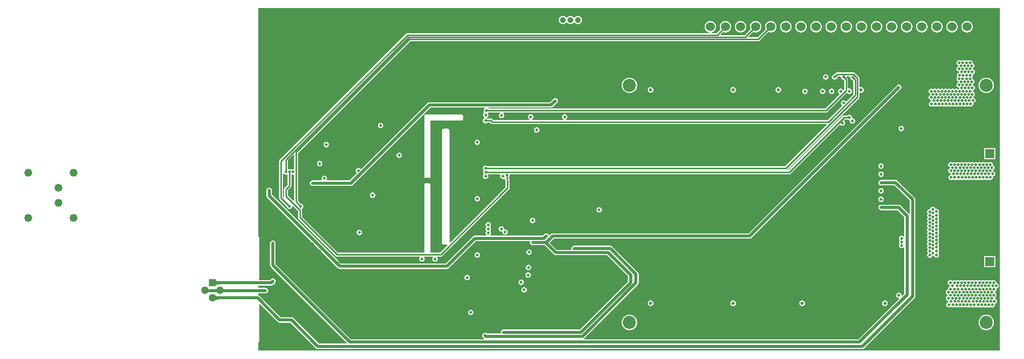
<source format=gbr>
%TF.GenerationSoftware,Altium Limited,Altium Designer,22.2.1 (43)*%
G04 Layer_Physical_Order=3*
G04 Layer_Color=16440176*
%FSLAX45Y45*%
%MOMM*%
%TF.SameCoordinates,02F1B47A-F79C-4BE6-BEC0-26DF2024C161*%
%TF.FilePolarity,Positive*%
%TF.FileFunction,Copper,L3,Inr,Signal*%
%TF.Part,Single*%
G01*
G75*
%TA.AperFunction,Conductor*%
%ADD59C,0.25400*%
%ADD61C,0.50000*%
%TA.AperFunction,ComponentPad*%
%ADD65R,1.00000X1.00000*%
%ADD66C,1.00000*%
%TA.AperFunction,ViaPad*%
%ADD67C,1.52400*%
%TA.AperFunction,ComponentPad*%
%ADD68R,1.50000X1.50000*%
%ADD69C,2.19989*%
%ADD70C,0.54991*%
%ADD71R,1.30000X1.30000*%
%ADD72C,1.30000*%
%ADD73C,1.32080*%
%TA.AperFunction,ViaPad*%
%ADD74C,0.50000*%
G36*
X4622487Y9684439D02*
X4623996Y9680189D01*
X4626511Y9676439D01*
X4630033Y9673189D01*
X4634560Y9670439D01*
X4640094Y9668189D01*
X4646633Y9666439D01*
X4654179Y9665189D01*
X4662731Y9664439D01*
X4672289Y9664189D01*
Y9614189D01*
X4662731Y9613939D01*
X4654179Y9613189D01*
X4646633Y9611939D01*
X4640094Y9610189D01*
X4634560Y9607939D01*
X4630033Y9605189D01*
X4626511Y9601939D01*
X4623996Y9598189D01*
X4622487Y9593939D01*
X4621984Y9589189D01*
Y9689189D01*
X4622487Y9684439D01*
D02*
G37*
G36*
X4608156Y9426795D02*
X4612547Y9423310D01*
X4617185Y9420235D01*
X4622072Y9417570D01*
X4627206Y9415315D01*
X4632588Y9413470D01*
X4638218Y9412035D01*
X4644095Y9411010D01*
X4650221Y9410395D01*
X4656594Y9410190D01*
Y9360190D01*
X4650221Y9359985D01*
X4644095Y9359370D01*
X4638218Y9358345D01*
X4632588Y9356910D01*
X4627206Y9355065D01*
X4622072Y9352810D01*
X4617185Y9350145D01*
X4612547Y9347070D01*
X4608156Y9343585D01*
X4604014Y9339690D01*
Y9430690D01*
X4608156Y9426795D01*
D02*
G37*
G36*
X17800000Y8500000D02*
X5330001D01*
Y8632628D01*
X5334419Y8635580D01*
X5338840Y8642196D01*
X5340392Y8650000D01*
Y9278128D01*
X5352125Y9282988D01*
X5653319Y8981794D01*
X5668204Y8971848D01*
X5685763Y8968355D01*
X5866758D01*
X6297557Y8537557D01*
X6312442Y8527611D01*
X6330000Y8524118D01*
X15489999D01*
X15507558Y8527611D01*
X15522443Y8537557D01*
X16362444Y9377557D01*
X16372389Y9392442D01*
X16375882Y9410000D01*
Y11049221D01*
X16372389Y11066779D01*
X16362444Y11081664D01*
X16081664Y11362443D01*
X16066779Y11372389D01*
X16049220Y11375881D01*
X15800000D01*
X15782442Y11372389D01*
X15767557Y11362443D01*
X15757611Y11347558D01*
X15754118Y11330000D01*
X15757611Y11312442D01*
X15767557Y11297557D01*
X15782442Y11287611D01*
X15800000Y11284118D01*
X16030215D01*
X16284119Y11030216D01*
Y10807829D01*
X16275731Y10803960D01*
X16271419Y10803468D01*
X16132443Y10942443D01*
X16117558Y10952389D01*
X16100000Y10955882D01*
X15800000D01*
X15782442Y10952389D01*
X15767557Y10942443D01*
X15757611Y10927558D01*
X15754118Y10910000D01*
X15757611Y10892442D01*
X15767557Y10877557D01*
X15782442Y10867611D01*
X15800000Y10864118D01*
X16080995D01*
X16194118Y10750995D01*
Y10427829D01*
X16186490Y10424310D01*
X16181418Y10423128D01*
X16167558Y10432389D01*
X16150000Y10435882D01*
X16132442Y10432389D01*
X16117557Y10422443D01*
X16107611Y10407558D01*
X16104118Y10390000D01*
X16107611Y10372442D01*
X16115924Y10360000D01*
X16107611Y10347558D01*
X16104118Y10330000D01*
X16107611Y10312442D01*
X16115924Y10300000D01*
X16107611Y10287558D01*
X16104118Y10270000D01*
X16107611Y10252442D01*
X16117557Y10237557D01*
X16132442Y10227611D01*
X16150000Y10224118D01*
X16167558Y10227611D01*
X16181418Y10236872D01*
X16186490Y10235690D01*
X16194118Y10232171D01*
Y9459005D01*
X16157269Y9422156D01*
X16145566Y9428413D01*
X16145882Y9430000D01*
X16142389Y9447558D01*
X16132443Y9462443D01*
X16117558Y9472389D01*
X16100000Y9475882D01*
X16082442Y9472389D01*
X16067557Y9462443D01*
X16057611Y9447558D01*
X16054118Y9430000D01*
X16057611Y9412442D01*
X16067557Y9397557D01*
X16082442Y9387611D01*
X16100000Y9384119D01*
X16101587Y9384434D01*
X16107845Y9372730D01*
X15420995Y8685882D01*
X10808484D01*
X10806521Y8688326D01*
X10809137Y8705348D01*
X10812443Y8707557D01*
X11712443Y9607557D01*
X11722389Y9622442D01*
X11725882Y9640000D01*
Y9790000D01*
X11722389Y9807558D01*
X11712443Y9822443D01*
X11282443Y10252443D01*
X11267558Y10262389D01*
X11250000Y10265882D01*
X10640000D01*
X10622442Y10262389D01*
X10607557Y10252443D01*
X10597611Y10237558D01*
X10594119Y10220000D01*
X10596390Y10208582D01*
X10587883Y10195882D01*
X10349005D01*
X10229886Y10315000D01*
X10299005Y10384119D01*
X13589999D01*
X13607558Y10387611D01*
X13622443Y10397557D01*
X16132443Y12907558D01*
X16142389Y12922443D01*
X16145882Y12939999D01*
X16142389Y12957558D01*
X16132443Y12972443D01*
X16117558Y12982388D01*
X16100000Y12985883D01*
X16082442Y12982388D01*
X16067557Y12972443D01*
X13570995Y10475882D01*
X10280000D01*
X10262442Y10472389D01*
X10247557Y10462443D01*
X10225279Y10440166D01*
X10213126Y10443853D01*
X10212389Y10447558D01*
X10202443Y10462443D01*
X10187558Y10472389D01*
X10170000Y10475882D01*
X10152442Y10472389D01*
X10137557Y10462443D01*
X10110995Y10435882D01*
X9235332D01*
X9232417Y10440083D01*
X9229706Y10448582D01*
X9238089Y10461127D01*
X9241581Y10478685D01*
X9238089Y10496243D01*
X9228143Y10511128D01*
Y10517557D01*
X9238089Y10532442D01*
X9241581Y10550000D01*
X9238089Y10567558D01*
X9228143Y10582443D01*
Y10587557D01*
X9238089Y10602442D01*
X9241581Y10620000D01*
X9238089Y10637558D01*
X9228143Y10652443D01*
X9213258Y10662389D01*
X9195700Y10665882D01*
X9178142Y10662389D01*
X9163257Y10652443D01*
X9153311Y10637558D01*
X9149818Y10620000D01*
X9153311Y10602442D01*
X9163257Y10587557D01*
Y10582443D01*
X9153311Y10567558D01*
X9149818Y10550000D01*
X9153311Y10532442D01*
X9163257Y10517557D01*
Y10511128D01*
X9153311Y10496243D01*
X9149818Y10478685D01*
X9153311Y10461127D01*
X9161694Y10448582D01*
X9158983Y10440083D01*
X9156068Y10435882D01*
X8970000D01*
X8952442Y10432389D01*
X8937557Y10422443D01*
X8480995Y9965882D01*
X6719005D01*
X5555881Y11129005D01*
Y11200000D01*
X5552389Y11217558D01*
X5542443Y11232443D01*
X5527558Y11242389D01*
X5510000Y11245881D01*
X5492442Y11242389D01*
X5477557Y11232443D01*
X5467611Y11217558D01*
X5464118Y11200000D01*
Y11110000D01*
X5467611Y11092442D01*
X5477557Y11077557D01*
X6667557Y9887557D01*
X6682442Y9877611D01*
X6700000Y9874118D01*
X8500000D01*
X8517558Y9877611D01*
X8532443Y9887557D01*
X8989005Y10344119D01*
X9887883D01*
X9896390Y10331418D01*
X9894118Y10320000D01*
X9897611Y10302442D01*
X9907557Y10287557D01*
X9922442Y10277611D01*
X9940000Y10274118D01*
X10140995D01*
X10297557Y10117557D01*
X10312442Y10107611D01*
X10330000Y10104118D01*
X11190996D01*
X11544118Y9750996D01*
Y9659005D01*
X10738995Y8853881D01*
X9450000D01*
X9432442Y8850389D01*
X9417557Y8840443D01*
X9407611Y8825558D01*
X9404118Y8808000D01*
X9405992Y8798582D01*
X9396546Y8785882D01*
X9167297D01*
X9157558Y8792389D01*
X9140000Y8795882D01*
X9122442Y8792389D01*
X9107557Y8782443D01*
X9097611Y8767558D01*
X9094118Y8750000D01*
X9097611Y8732442D01*
X9107557Y8717557D01*
X9117557Y8707557D01*
X9120863Y8705348D01*
X9123479Y8688326D01*
X9121516Y8685882D01*
X6889005D01*
X5615882Y9959005D01*
Y10307500D01*
X5612389Y10325058D01*
X5602443Y10339943D01*
X5587558Y10349889D01*
X5570000Y10353381D01*
X5552442Y10349889D01*
X5537557Y10339943D01*
X5527611Y10325058D01*
X5524118Y10307500D01*
Y9940000D01*
X5527611Y9922442D01*
X5537557Y9907557D01*
X6817499Y8627615D01*
X6812639Y8615881D01*
X6349005D01*
X5918206Y9046680D01*
X5903321Y9056626D01*
X5885763Y9060119D01*
X5704767D01*
X5347253Y9417633D01*
X5332368Y9427579D01*
X5330001Y9428050D01*
X5330000Y9464118D01*
X5450000D01*
X5467558Y9467611D01*
X5482443Y9477557D01*
X5492389Y9492442D01*
X5495882Y9510000D01*
X5492389Y9527558D01*
X5482443Y9542443D01*
X5467558Y9552389D01*
X5450000Y9555881D01*
X5330000D01*
Y9593308D01*
X5544660D01*
X5562219Y9596800D01*
X5577104Y9606746D01*
X5607348Y9636990D01*
X5617294Y9651875D01*
X5620786Y9669434D01*
X5617294Y9686992D01*
X5607348Y9701877D01*
X5592463Y9711823D01*
X5574905Y9715315D01*
X5557347Y9711823D01*
X5542462Y9701877D01*
X5525656Y9685071D01*
X5341508D01*
X5338373Y9689719D01*
X5335883Y9697771D01*
X5338839Y9702196D01*
X5340392Y9709999D01*
X5340392Y10409999D01*
X5338840Y10417803D01*
X5334419Y10424419D01*
X5330000Y10427372D01*
X5330000Y14270000D01*
X17799998Y14270000D01*
X17800000Y8500000D01*
D02*
G37*
%LPC*%
G36*
X10704917Y14141171D02*
X10686644Y14138765D01*
X10669615Y14131711D01*
X10654993Y14120491D01*
X10649285Y14113052D01*
X10633550D01*
X10627842Y14120491D01*
X10613219Y14131711D01*
X10596191Y14138765D01*
X10577917Y14141171D01*
X10559644Y14138765D01*
X10542615Y14131711D01*
X10527993Y14120491D01*
X10522285Y14113052D01*
X10506550D01*
X10500842Y14120491D01*
X10486220Y14131711D01*
X10469191Y14138765D01*
X10450918Y14141171D01*
X10432644Y14138765D01*
X10415616Y14131711D01*
X10400993Y14120491D01*
X10389773Y14105869D01*
X10382720Y14088840D01*
X10380314Y14070567D01*
X10382720Y14052293D01*
X10389773Y14035265D01*
X10400993Y14020642D01*
X10415616Y14009422D01*
X10432644Y14002370D01*
X10450918Y13999963D01*
X10469191Y14002370D01*
X10486220Y14009422D01*
X10500842Y14020642D01*
X10506550Y14028081D01*
X10522285D01*
X10527993Y14020642D01*
X10542615Y14009422D01*
X10559644Y14002370D01*
X10577917Y13999963D01*
X10596191Y14002370D01*
X10613219Y14009422D01*
X10627842Y14020642D01*
X10633550Y14028081D01*
X10649285D01*
X10654993Y14020642D01*
X10669615Y14009422D01*
X10686644Y14002370D01*
X10704917Y13999963D01*
X10723191Y14002370D01*
X10740219Y14009422D01*
X10754842Y14020642D01*
X10766062Y14035265D01*
X10773115Y14052293D01*
X10775521Y14070567D01*
X10773115Y14088840D01*
X10766062Y14105869D01*
X10754842Y14120491D01*
X10740219Y14131711D01*
X10723191Y14138765D01*
X10704917Y14141171D01*
D02*
G37*
G36*
X16995877Y14057030D02*
X16970764Y14053725D01*
X16947362Y14044031D01*
X16927267Y14028612D01*
X16911847Y14008514D01*
X16902155Y13985114D01*
X16898846Y13960001D01*
X16902155Y13934888D01*
X16911847Y13911485D01*
X16927267Y13891389D01*
X16947362Y13875970D01*
X16970764Y13866277D01*
X16995877Y13862970D01*
X17020992Y13866277D01*
X17044392Y13875970D01*
X17064488Y13891389D01*
X17079909Y13911485D01*
X17089601Y13934888D01*
X17092908Y13960001D01*
X17089601Y13985114D01*
X17079909Y14008514D01*
X17064488Y14028612D01*
X17044392Y14044031D01*
X17020992Y14053725D01*
X16995877Y14057030D01*
D02*
G37*
G36*
X16741760D02*
X16716647Y14053725D01*
X16693245Y14044031D01*
X16673151Y14028612D01*
X16657729Y14008514D01*
X16648036Y13985114D01*
X16644730Y13960001D01*
X16648036Y13934888D01*
X16657729Y13911485D01*
X16673151Y13891389D01*
X16693245Y13875970D01*
X16716647Y13866277D01*
X16741760Y13862970D01*
X16766873Y13866277D01*
X16790276Y13875970D01*
X16810370Y13891389D01*
X16825790Y13911485D01*
X16835484Y13934888D01*
X16838789Y13960001D01*
X16835484Y13985114D01*
X16825790Y14008514D01*
X16810370Y14028612D01*
X16790276Y14044031D01*
X16766873Y14053725D01*
X16741760Y14057030D01*
D02*
G37*
G36*
X16487643D02*
X16462529Y14053725D01*
X16439128Y14044031D01*
X16419032Y14028612D01*
X16403612Y14008514D01*
X16393919Y13985114D01*
X16390613Y13960001D01*
X16393919Y13934888D01*
X16403612Y13911485D01*
X16419032Y13891389D01*
X16439128Y13875970D01*
X16462529Y13866277D01*
X16487643Y13862970D01*
X16512756Y13866277D01*
X16536159Y13875970D01*
X16556253Y13891389D01*
X16571674Y13911485D01*
X16581366Y13934888D01*
X16584673Y13960001D01*
X16581366Y13985114D01*
X16571674Y14008514D01*
X16556253Y14028612D01*
X16536159Y14044031D01*
X16512756Y14053725D01*
X16487643Y14057030D01*
D02*
G37*
G36*
X16233525D02*
X16208412Y14053725D01*
X16185010Y14044031D01*
X16164915Y14028612D01*
X16149495Y14008514D01*
X16139803Y13985114D01*
X16136494Y13960001D01*
X16139803Y13934888D01*
X16149495Y13911485D01*
X16164915Y13891389D01*
X16185010Y13875970D01*
X16208412Y13866277D01*
X16233525Y13862970D01*
X16258640Y13866277D01*
X16282040Y13875970D01*
X16302136Y13891389D01*
X16317557Y13911485D01*
X16327249Y13934888D01*
X16330556Y13960001D01*
X16327249Y13985114D01*
X16317557Y14008514D01*
X16302136Y14028612D01*
X16282040Y14044031D01*
X16258640Y14053725D01*
X16233525Y14057030D01*
D02*
G37*
G36*
X15979408D02*
X15954295Y14053725D01*
X15930893Y14044031D01*
X15910797Y14028612D01*
X15895377Y14008514D01*
X15885684Y13985114D01*
X15882378Y13960001D01*
X15885684Y13934888D01*
X15895377Y13911485D01*
X15910797Y13891389D01*
X15930893Y13875970D01*
X15954295Y13866277D01*
X15979408Y13862970D01*
X16004521Y13866277D01*
X16027924Y13875970D01*
X16048018Y13891389D01*
X16063438Y13911485D01*
X16073132Y13934888D01*
X16076437Y13960001D01*
X16073132Y13985114D01*
X16063438Y14008514D01*
X16048018Y14028612D01*
X16027924Y14044031D01*
X16004521Y14053725D01*
X15979408Y14057030D01*
D02*
G37*
G36*
X15725291D02*
X15700177Y14053725D01*
X15676776Y14044031D01*
X15656680Y14028612D01*
X15641260Y14008514D01*
X15631567Y13985114D01*
X15628261Y13960001D01*
X15631567Y13934888D01*
X15641260Y13911485D01*
X15656680Y13891389D01*
X15676776Y13875970D01*
X15700177Y13866277D01*
X15725291Y13862970D01*
X15750404Y13866277D01*
X15773807Y13875970D01*
X15793901Y13891389D01*
X15809322Y13911485D01*
X15819014Y13934888D01*
X15822321Y13960001D01*
X15819014Y13985114D01*
X15809322Y14008514D01*
X15793901Y14028612D01*
X15773807Y14044031D01*
X15750404Y14053725D01*
X15725291Y14057030D01*
D02*
G37*
G36*
X15471173D02*
X15446060Y14053725D01*
X15422658Y14044031D01*
X15402563Y14028612D01*
X15387143Y14008514D01*
X15377451Y13985114D01*
X15374142Y13960001D01*
X15377451Y13934888D01*
X15387143Y13911485D01*
X15402563Y13891389D01*
X15422658Y13875970D01*
X15446060Y13866277D01*
X15471173Y13862970D01*
X15496288Y13866277D01*
X15519688Y13875970D01*
X15539784Y13891389D01*
X15555203Y13911485D01*
X15564897Y13934888D01*
X15568204Y13960001D01*
X15564897Y13985114D01*
X15555203Y14008514D01*
X15539784Y14028612D01*
X15519688Y14044031D01*
X15496288Y14053725D01*
X15471173Y14057030D01*
D02*
G37*
G36*
X15217056D02*
X15191943Y14053725D01*
X15168541Y14044031D01*
X15148445Y14028612D01*
X15133025Y14008514D01*
X15123332Y13985114D01*
X15120026Y13960001D01*
X15123332Y13934888D01*
X15133025Y13911485D01*
X15148445Y13891389D01*
X15168541Y13875970D01*
X15191943Y13866277D01*
X15217056Y13862970D01*
X15242169Y13866277D01*
X15265572Y13875970D01*
X15285666Y13891389D01*
X15301086Y13911485D01*
X15310780Y13934888D01*
X15314085Y13960001D01*
X15310780Y13985114D01*
X15301086Y14008514D01*
X15285666Y14028612D01*
X15265572Y14044031D01*
X15242169Y14053725D01*
X15217056Y14057030D01*
D02*
G37*
G36*
X14962939D02*
X14937825Y14053725D01*
X14914424Y14044031D01*
X14894328Y14028612D01*
X14878908Y14008514D01*
X14869215Y13985114D01*
X14865909Y13960001D01*
X14869215Y13934888D01*
X14878908Y13911485D01*
X14894328Y13891389D01*
X14914424Y13875970D01*
X14937825Y13866277D01*
X14962939Y13862970D01*
X14988052Y13866277D01*
X15011453Y13875970D01*
X15031549Y13891389D01*
X15046970Y13911485D01*
X15056662Y13934888D01*
X15059969Y13960001D01*
X15056662Y13985114D01*
X15046970Y14008514D01*
X15031549Y14028612D01*
X15011453Y14044031D01*
X14988052Y14053725D01*
X14962939Y14057030D01*
D02*
G37*
G36*
X14708821D02*
X14683708Y14053725D01*
X14660306Y14044031D01*
X14640211Y14028612D01*
X14624791Y14008514D01*
X14615099Y13985114D01*
X14611790Y13960001D01*
X14615099Y13934888D01*
X14624791Y13911485D01*
X14640211Y13891389D01*
X14660306Y13875970D01*
X14683708Y13866277D01*
X14708821Y13862970D01*
X14733934Y13866277D01*
X14757336Y13875970D01*
X14777432Y13891389D01*
X14792851Y13911485D01*
X14802545Y13934888D01*
X14805852Y13960001D01*
X14802545Y13985114D01*
X14792851Y14008514D01*
X14777432Y14028612D01*
X14757336Y14044031D01*
X14733934Y14053725D01*
X14708821Y14057030D01*
D02*
G37*
G36*
X14454704D02*
X14429591Y14053725D01*
X14406189Y14044031D01*
X14386093Y14028612D01*
X14370673Y14008514D01*
X14360980Y13985114D01*
X14357674Y13960001D01*
X14360980Y13934888D01*
X14370673Y13911485D01*
X14386093Y13891389D01*
X14406189Y13875970D01*
X14429591Y13866277D01*
X14454704Y13862970D01*
X14479817Y13866277D01*
X14503220Y13875970D01*
X14523314Y13891389D01*
X14538734Y13911485D01*
X14548428Y13934888D01*
X14551733Y13960001D01*
X14548428Y13985114D01*
X14538734Y14008514D01*
X14523314Y14028612D01*
X14503220Y14044031D01*
X14479817Y14053725D01*
X14454704Y14057030D01*
D02*
G37*
G36*
X14200587D02*
X14175473Y14053725D01*
X14152072Y14044031D01*
X14131976Y14028612D01*
X14116556Y14008514D01*
X14106863Y13985114D01*
X14103557Y13960001D01*
X14106863Y13934888D01*
X14116556Y13911485D01*
X14131976Y13891389D01*
X14152072Y13875970D01*
X14175473Y13866277D01*
X14200587Y13862970D01*
X14225700Y13866277D01*
X14249101Y13875970D01*
X14269197Y13891389D01*
X14284618Y13911485D01*
X14294310Y13934888D01*
X14297617Y13960001D01*
X14294310Y13985114D01*
X14284618Y14008514D01*
X14269197Y14028612D01*
X14249101Y14044031D01*
X14225700Y14053725D01*
X14200587Y14057030D01*
D02*
G37*
G36*
X13946469D02*
X13921356Y14053725D01*
X13897954Y14044031D01*
X13877859Y14028612D01*
X13862439Y14008514D01*
X13852745Y13985114D01*
X13849438Y13960001D01*
X13852745Y13934888D01*
X13859032Y13919713D01*
X13722659Y13783340D01*
X13579436D01*
X13574576Y13795074D01*
X13652065Y13872562D01*
X13667239Y13866277D01*
X13692352Y13862970D01*
X13717465Y13866277D01*
X13740868Y13875970D01*
X13760962Y13891389D01*
X13776382Y13911485D01*
X13786076Y13934888D01*
X13789381Y13960001D01*
X13786076Y13985114D01*
X13776382Y14008514D01*
X13760962Y14028612D01*
X13740868Y14044031D01*
X13717465Y14053725D01*
X13692352Y14057030D01*
X13667239Y14053725D01*
X13643837Y14044031D01*
X13623741Y14028612D01*
X13608321Y14008514D01*
X13598628Y13985114D01*
X13595322Y13960001D01*
X13598628Y13934888D01*
X13604913Y13919713D01*
X13503941Y13818739D01*
X13106601D01*
X13101741Y13830473D01*
X13143829Y13872562D01*
X13159004Y13866277D01*
X13184117Y13862970D01*
X13209230Y13866277D01*
X13232632Y13875970D01*
X13252728Y13891389D01*
X13268147Y13911485D01*
X13277841Y13934888D01*
X13281146Y13960001D01*
X13277841Y13985114D01*
X13268147Y14008514D01*
X13252728Y14028612D01*
X13232632Y14044031D01*
X13209230Y14053725D01*
X13184117Y14057030D01*
X13159004Y14053725D01*
X13135602Y14044031D01*
X13115508Y14028612D01*
X13100087Y14008514D01*
X13090393Y13985114D01*
X13087086Y13960001D01*
X13090393Y13934888D01*
X13096680Y13919713D01*
X13031107Y13854140D01*
X12957559D01*
X12955113Y13866277D01*
X12978516Y13875970D01*
X12998610Y13891389D01*
X13014030Y13911485D01*
X13023724Y13934888D01*
X13027029Y13960001D01*
X13023724Y13985114D01*
X13014030Y14008514D01*
X12998610Y14028612D01*
X12978516Y14044031D01*
X12955113Y14053725D01*
X12930000Y14057030D01*
X12904887Y14053725D01*
X12881485Y14044031D01*
X12861389Y14028612D01*
X12845969Y14008514D01*
X12836276Y13985114D01*
X12832970Y13960001D01*
X12836276Y13934888D01*
X12845969Y13911485D01*
X12861389Y13891389D01*
X12881485Y13875970D01*
X12904886Y13866277D01*
X12902440Y13854140D01*
X7840674D01*
X7827916Y13851604D01*
X7817099Y13844376D01*
X5686425Y11713701D01*
X5679197Y11702885D01*
X5676659Y11690126D01*
Y11070000D01*
X5679197Y11057241D01*
X5686425Y11046425D01*
X5804434Y10928416D01*
X5807611Y10912442D01*
X5817557Y10897557D01*
X5832442Y10887611D01*
X5850000Y10884118D01*
X5867558Y10887611D01*
X5882443Y10897557D01*
X5892389Y10912442D01*
X5895717Y10929172D01*
X5899013Y10931314D01*
X5907832Y10935017D01*
X5996659Y10846190D01*
Y10740000D01*
X5999197Y10727241D01*
X6006425Y10716425D01*
X6629125Y10093725D01*
X6639941Y10086497D01*
X6652700Y10083960D01*
X8041933D01*
X8045404Y10076851D01*
X8046766Y10071260D01*
X8037611Y10057558D01*
X8034119Y10040000D01*
X8037611Y10022442D01*
X8047557Y10007557D01*
X8062442Y9997611D01*
X8080000Y9994118D01*
X8097558Y9997611D01*
X8112443Y10007557D01*
X8122389Y10022442D01*
X8125882Y10040000D01*
X8122389Y10057558D01*
X8113234Y10071260D01*
X8114596Y10076851D01*
X8118067Y10083960D01*
X8261933D01*
X8265404Y10076851D01*
X8266766Y10071260D01*
X8257611Y10057558D01*
X8254118Y10040000D01*
X8257611Y10022442D01*
X8267556Y10007557D01*
X8282442Y9997611D01*
X8300000Y9994118D01*
X8317558Y9997611D01*
X8332443Y10007557D01*
X8342389Y10022442D01*
X8345881Y10040000D01*
X8342389Y10057558D01*
X8333234Y10071260D01*
X8334595Y10076851D01*
X8338067Y10083960D01*
X8397300D01*
X8410059Y10086497D01*
X8420875Y10093725D01*
X9544088Y11216938D01*
X9551316Y11227754D01*
X9553854Y11240513D01*
Y11375940D01*
X9551316Y11388699D01*
X9544088Y11399515D01*
X9542792Y11400811D01*
Y11420640D01*
X9551840Y11434182D01*
X9555333Y11451740D01*
X9553623Y11460338D01*
X9563453Y11473038D01*
X14256380D01*
X14269138Y11475576D01*
X14279955Y11482804D01*
X15105794Y12308642D01*
X15118433Y12307397D01*
X15119872Y12305242D01*
X15134756Y12295296D01*
X15152315Y12291804D01*
X15169873Y12295296D01*
X15184758Y12305242D01*
X15194704Y12320127D01*
X15198196Y12337685D01*
X15194704Y12355243D01*
X15184758Y12370128D01*
X15182603Y12371568D01*
X15181358Y12384207D01*
X15193810Y12396659D01*
X15238190D01*
X15238397Y12396638D01*
X15239096Y12396529D01*
X15252441Y12387611D01*
X15266051Y12384904D01*
X15274734Y12373097D01*
X15274120Y12370000D01*
X15277611Y12352442D01*
X15287556Y12337557D01*
X15302441Y12327611D01*
X15320000Y12324118D01*
X15337558Y12327611D01*
X15352443Y12337557D01*
X15362389Y12352442D01*
X15365881Y12370000D01*
X15362389Y12387558D01*
X15352443Y12402443D01*
X15337558Y12412389D01*
X15323949Y12415096D01*
X15315266Y12426903D01*
X15315881Y12430000D01*
X15312389Y12447558D01*
X15302443Y12462443D01*
X15287558Y12472389D01*
X15270000Y12475882D01*
X15252441Y12472389D01*
X15239096Y12463472D01*
X15238631Y12463399D01*
X15237897Y12463341D01*
X15180000D01*
X15167241Y12460803D01*
X15156425Y12453575D01*
X14246564Y11543715D01*
X14239778Y11544667D01*
X14235274Y11558123D01*
X15428973Y12751823D01*
X15436201Y12762640D01*
X15438739Y12775399D01*
Y12841306D01*
X15451440Y12849268D01*
X15464993Y12846571D01*
X15483527Y12850256D01*
X15499236Y12860754D01*
X15509734Y12876465D01*
X15513420Y12894997D01*
X15509734Y12913528D01*
X15499236Y12929239D01*
X15483527Y12939735D01*
X15464993Y12943423D01*
X15451440Y12940726D01*
X15438739Y12948688D01*
Y13089230D01*
X15436201Y13101990D01*
X15428973Y13112807D01*
X15362505Y13179276D01*
X15351688Y13186502D01*
X15338930Y13189040D01*
X15065700D01*
X15052940Y13186502D01*
X15042125Y13179276D01*
X15018919Y13156070D01*
X15018758Y13155937D01*
X15018185Y13155521D01*
X15002441Y13152390D01*
X14987556Y13142442D01*
X14977611Y13127557D01*
X14974120Y13110001D01*
X14977611Y13092442D01*
X14987556Y13077557D01*
X15002441Y13067612D01*
X15020000Y13064117D01*
X15037558Y13067612D01*
X15052443Y13077557D01*
X15062389Y13092442D01*
X15065521Y13108185D01*
X15065797Y13108563D01*
X15066277Y13109126D01*
X15079510Y13122359D01*
X15116566D01*
X15124625Y13112543D01*
X15124120Y13110001D01*
X15127611Y13092442D01*
X15137556Y13077557D01*
X15152441Y13067612D01*
X15168185Y13064481D01*
X15168564Y13064203D01*
X15169127Y13063724D01*
X15179080Y13053769D01*
Y12901331D01*
X15170340Y12893671D01*
X15157007Y12895613D01*
X15152443Y12902443D01*
X15137558Y12912389D01*
X15120000Y12915881D01*
X15102441Y12912389D01*
X15087556Y12902443D01*
X15077611Y12887558D01*
X15074120Y12870000D01*
X15077611Y12852441D01*
X15087556Y12837556D01*
X15096481Y12831593D01*
X15099152Y12816302D01*
X14861098Y12578248D01*
X9201169D01*
X9198466Y12581419D01*
X9204330Y12594119D01*
X10250000D01*
X10267558Y12597611D01*
X10282443Y12607557D01*
X10352443Y12677557D01*
X10362389Y12692442D01*
X10365881Y12710000D01*
X10362389Y12727558D01*
X10352443Y12742443D01*
X10337558Y12752389D01*
X10320000Y12755882D01*
X10302442Y12752389D01*
X10287557Y12742443D01*
X10230995Y12685882D01*
X8202024D01*
X8184466Y12682389D01*
X8169581Y12672443D01*
X7056385Y11559248D01*
X7043746Y11560492D01*
X7042443Y11562443D01*
X7027558Y11572389D01*
X7010000Y11575882D01*
X6992442Y11572389D01*
X6977557Y11562443D01*
X6967611Y11547558D01*
X6964118Y11530000D01*
X6967611Y11512442D01*
X6977557Y11497557D01*
X6979508Y11496254D01*
X6980752Y11483615D01*
X6863019Y11365882D01*
X6486598D01*
X6479810Y11378582D01*
X6482389Y11382442D01*
X6485882Y11400000D01*
X6482389Y11417558D01*
X6472443Y11432443D01*
X6457558Y11442389D01*
X6440000Y11445882D01*
X6422442Y11442389D01*
X6407557Y11432443D01*
X6397611Y11417558D01*
X6394119Y11400000D01*
X6397611Y11382442D01*
X6400190Y11378582D01*
X6393402Y11365882D01*
X6240000D01*
X6222442Y11362389D01*
X6207557Y11352443D01*
X6197611Y11337558D01*
X6194118Y11320000D01*
X6197611Y11302442D01*
X6207557Y11287557D01*
X6222442Y11277611D01*
X6240000Y11274118D01*
X6882024D01*
X6899582Y11277611D01*
X6914467Y11287557D01*
X8221029Y12594119D01*
X9132297D01*
X9136150Y12581419D01*
X9130061Y12577350D01*
X9120116Y12562465D01*
X9116623Y12544907D01*
X9120116Y12527349D01*
X9124390Y12520951D01*
X9121745Y12503909D01*
X9119569Y12502455D01*
X9109623Y12487570D01*
X9106131Y12470012D01*
X9109623Y12452454D01*
X9119569Y12437569D01*
X9129349Y12431034D01*
X9129996Y12428514D01*
X9129064Y12416732D01*
X9117557Y12409043D01*
X9107611Y12394158D01*
X9104118Y12376600D01*
X9107611Y12359042D01*
X9117557Y12344157D01*
X9132442Y12334211D01*
X9150000Y12330719D01*
X9167558Y12334211D01*
X9181100Y12343260D01*
X9223254D01*
X9235788Y12330725D01*
X9246605Y12323498D01*
X9259363Y12320960D01*
X14887216D01*
X14892076Y12309226D01*
X14186189Y11603341D01*
X9181811D01*
X9181603Y11603362D01*
X9180904Y11603471D01*
X9167558Y11612389D01*
X9150000Y11615882D01*
X9132442Y11612389D01*
X9117557Y11602443D01*
X9107611Y11587558D01*
X9104118Y11570000D01*
X9107611Y11552442D01*
X9117202Y11538088D01*
X9107747Y11523937D01*
X9104254Y11506379D01*
X9107747Y11488821D01*
X9111284Y11483526D01*
X9117557Y11472443D01*
X9107611Y11457558D01*
X9104118Y11440000D01*
X9107611Y11422442D01*
X9117557Y11407557D01*
X9132442Y11397611D01*
X9150000Y11394118D01*
X9167558Y11397611D01*
X9182443Y11407557D01*
X9192389Y11422442D01*
X9195882Y11440000D01*
X9192389Y11457558D01*
X9190531Y11460338D01*
X9197320Y11473038D01*
X9394670D01*
X9401458Y11460338D01*
X9396077Y11452284D01*
X9392584Y11434726D01*
X9396077Y11417168D01*
X9406023Y11402283D01*
X9420908Y11392337D01*
X9438466Y11388845D01*
X9456024Y11392337D01*
X9463411Y11397273D01*
X9476111Y11390484D01*
Y11387001D01*
X9478649Y11374242D01*
X9485876Y11363426D01*
X9487173Y11362130D01*
Y11254323D01*
X8553092Y10320242D01*
X8540392Y10325503D01*
X8540392Y12217317D01*
X8538840Y12225121D01*
X8534419Y12231736D01*
X8527804Y12236157D01*
X8520000Y12237709D01*
X8439281Y12237709D01*
X8431477Y12236157D01*
X8424861Y12231737D01*
X8420441Y12225121D01*
X8418889Y12217317D01*
X8418889Y10310000D01*
X8420441Y10302196D01*
X8424861Y10295580D01*
X8431477Y10291160D01*
X8439281Y10289608D01*
X8504497Y10289608D01*
X8509757Y10276908D01*
X8383490Y10150641D01*
X8220391D01*
X8220393Y11300000D01*
X8218841Y11307804D01*
X8214420Y11314419D01*
X8207805Y11318840D01*
X8200001Y11320392D01*
X8140000D01*
X8132196Y11318840D01*
X8125581Y11314419D01*
X8121160Y11307804D01*
X8119608Y11300000D01*
Y10150641D01*
X6666510D01*
X6063340Y10753810D01*
Y10860000D01*
X6060803Y10872759D01*
X6059300Y10875008D01*
X6057657Y10886893D01*
X6063077Y10891298D01*
X6072443Y10897557D01*
X6082389Y10912442D01*
X6085882Y10930000D01*
X6082389Y10947558D01*
X6072443Y10962443D01*
X6057558Y10972389D01*
X6041584Y10975566D01*
X5993341Y11023810D01*
Y11826190D01*
X7883810Y13716660D01*
X13736469D01*
X13749228Y13719197D01*
X13760043Y13726425D01*
X13906181Y13872562D01*
X13921356Y13866277D01*
X13946469Y13862970D01*
X13971582Y13866277D01*
X13994984Y13875970D01*
X14015080Y13891389D01*
X14030499Y13911485D01*
X14040193Y13934888D01*
X14043500Y13960001D01*
X14040193Y13985114D01*
X14030499Y14008514D01*
X14015080Y14028612D01*
X13994984Y14044031D01*
X13971582Y14053725D01*
X13946469Y14057030D01*
D02*
G37*
G36*
X13438234D02*
X13413121Y14053725D01*
X13389719Y14044031D01*
X13369624Y14028612D01*
X13354204Y14008514D01*
X13344511Y13985114D01*
X13341203Y13960001D01*
X13344511Y13934888D01*
X13354204Y13911485D01*
X13369624Y13891389D01*
X13389719Y13875970D01*
X13413121Y13866277D01*
X13438234Y13862970D01*
X13463348Y13866277D01*
X13486749Y13875970D01*
X13506845Y13891389D01*
X13522266Y13911485D01*
X13531958Y13934888D01*
X13535265Y13960001D01*
X13531958Y13985114D01*
X13522266Y14008514D01*
X13506845Y14028612D01*
X13486749Y14044031D01*
X13463348Y14053725D01*
X13438234Y14057030D01*
D02*
G37*
G36*
X17249995Y14057030D02*
X17224881Y14053725D01*
X17201480Y14044031D01*
X17181384Y14028610D01*
X17165964Y14008514D01*
X17156271Y13985114D01*
X17152965Y13960001D01*
X17156271Y13934888D01*
X17165964Y13911485D01*
X17181384Y13891389D01*
X17201480Y13875969D01*
X17224881Y13866277D01*
X17249995Y13862970D01*
X17275108Y13866277D01*
X17298511Y13875969D01*
X17318605Y13891389D01*
X17334026Y13911485D01*
X17343718Y13934888D01*
X17347025Y13960001D01*
X17343718Y13985114D01*
X17334026Y14008514D01*
X17318605Y14028610D01*
X17298511Y14044031D01*
X17275108Y14053725D01*
X17249995Y14057030D01*
D02*
G37*
G36*
X17295953Y13395370D02*
X17278397Y13391878D01*
X17265955Y13383565D01*
X17253513Y13391878D01*
X17235954Y13395370D01*
X17218396Y13391878D01*
X17205954Y13383565D01*
X17193512Y13391878D01*
X17175954Y13395370D01*
X17158395Y13391878D01*
X17145953Y13383565D01*
X17133511Y13391878D01*
X17115955Y13395370D01*
X17098396Y13391878D01*
X17083511Y13381932D01*
X17073566Y13367047D01*
X17070073Y13349489D01*
X17073566Y13331931D01*
X17083511Y13317046D01*
X17098396Y13307100D01*
X17101465Y13306490D01*
X17100073Y13299489D01*
X17101465Y13292490D01*
X17098396Y13291878D01*
X17083511Y13281932D01*
X17073566Y13267047D01*
X17070073Y13249489D01*
X17073566Y13231931D01*
X17083511Y13217046D01*
X17098396Y13207100D01*
X17111086Y13204576D01*
X17110072Y13199489D01*
X17113274Y13183397D01*
X17103310Y13181415D01*
X17088425Y13171469D01*
X17078477Y13156584D01*
X17074986Y13139026D01*
X17078477Y13121468D01*
X17084438Y13112550D01*
X17083511Y13111932D01*
X17073566Y13097047D01*
X17070073Y13079489D01*
X17073566Y13061931D01*
X17083511Y13047046D01*
X17098396Y13037100D01*
X17101465Y13036490D01*
X17100073Y13029489D01*
X17101465Y13022488D01*
X17098396Y13021878D01*
X17083511Y13011932D01*
X17073566Y12997047D01*
X17070073Y12979489D01*
X17073566Y12961931D01*
X17083511Y12947046D01*
X17098396Y12937100D01*
X17111086Y12934576D01*
X17110072Y12929489D01*
X17113274Y12913397D01*
X17103310Y12911415D01*
X17093758Y12905032D01*
X17083511Y12911877D01*
X17065955Y12915370D01*
X17048396Y12911877D01*
X17035954Y12903564D01*
X17023512Y12911877D01*
X17005954Y12915370D01*
X16988396Y12911877D01*
X16975954Y12903564D01*
X16963512Y12911877D01*
X16945953Y12915370D01*
X16928397Y12911877D01*
X16915955Y12903564D01*
X16903513Y12911877D01*
X16885954Y12915370D01*
X16868396Y12911877D01*
X16855954Y12903564D01*
X16843512Y12911877D01*
X16825954Y12915370D01*
X16808395Y12911877D01*
X16795953Y12903564D01*
X16783511Y12911877D01*
X16765955Y12915370D01*
X16748396Y12911877D01*
X16735954Y12903564D01*
X16723512Y12911877D01*
X16705954Y12915370D01*
X16688396Y12911877D01*
X16675954Y12903564D01*
X16663512Y12911877D01*
X16645953Y12915370D01*
X16628397Y12911877D01*
X16613512Y12901932D01*
X16603564Y12887047D01*
X16600072Y12869489D01*
X16603564Y12851932D01*
X16613512Y12837045D01*
X16628397Y12827100D01*
X16631465Y12826489D01*
X16630074Y12819489D01*
X16631465Y12812488D01*
X16628397Y12811877D01*
X16613512Y12801932D01*
X16603564Y12787047D01*
X16600072Y12769489D01*
X16603564Y12751931D01*
X16613512Y12737046D01*
X16628397Y12727100D01*
X16641084Y12724576D01*
X16640073Y12719489D01*
X16643274Y12703397D01*
X16633308Y12701415D01*
X16618423Y12691469D01*
X16608478Y12676584D01*
X16604987Y12659026D01*
X16608478Y12641468D01*
X16618423Y12626583D01*
X16633308Y12616637D01*
X16650867Y12613145D01*
X16668425Y12616637D01*
X16680867Y12624951D01*
X16693309Y12616637D01*
X16710867Y12613145D01*
X16728426Y12616637D01*
X16740868Y12624951D01*
X16753310Y12616637D01*
X16770866Y12613145D01*
X16788425Y12616637D01*
X16800867Y12624951D01*
X16813309Y12616637D01*
X16830867Y12613145D01*
X16848425Y12616637D01*
X16860867Y12624951D01*
X16873309Y12616637D01*
X16890868Y12613145D01*
X16908424Y12616637D01*
X16920866Y12624951D01*
X16933308Y12616637D01*
X16950867Y12613145D01*
X16968425Y12616637D01*
X16980867Y12624951D01*
X16993309Y12616637D01*
X17010867Y12613145D01*
X17028426Y12616637D01*
X17040868Y12624951D01*
X17053310Y12616637D01*
X17070866Y12613145D01*
X17088425Y12616637D01*
X17100867Y12624951D01*
X17113309Y12616637D01*
X17130867Y12613145D01*
X17148425Y12616637D01*
X17160867Y12624951D01*
X17173309Y12616637D01*
X17190868Y12613145D01*
X17208424Y12616637D01*
X17220866Y12624951D01*
X17233308Y12616637D01*
X17250867Y12613145D01*
X17268425Y12616637D01*
X17280867Y12624951D01*
X17293309Y12616637D01*
X17310867Y12613145D01*
X17328426Y12616637D01*
X17343311Y12626583D01*
X17353256Y12641468D01*
X17356749Y12659026D01*
X17353548Y12675118D01*
X17363512Y12677100D01*
X17378397Y12687046D01*
X17388342Y12701931D01*
X17391837Y12719489D01*
X17388342Y12737047D01*
X17378397Y12751932D01*
X17363512Y12761878D01*
X17350824Y12764402D01*
X17351836Y12769489D01*
X17350443Y12776489D01*
X17353513Y12777100D01*
X17368398Y12787046D01*
X17378343Y12801932D01*
X17381836Y12819489D01*
X17378343Y12837047D01*
X17368398Y12851932D01*
X17353513Y12861877D01*
X17345638Y12863445D01*
X17346748Y12869026D01*
X17343549Y12885118D01*
X17353513Y12887100D01*
X17368398Y12897046D01*
X17378343Y12911931D01*
X17381836Y12929489D01*
X17378343Y12947047D01*
X17368398Y12961932D01*
X17353513Y12971878D01*
X17340823Y12974402D01*
X17341837Y12979489D01*
X17340443Y12986488D01*
X17343512Y12987100D01*
X17358397Y12997046D01*
X17368343Y13011931D01*
X17371835Y13029489D01*
X17368343Y13047047D01*
X17358397Y13061932D01*
X17343512Y13071878D01*
X17340443Y13072488D01*
X17341837Y13079489D01*
X17338342Y13097047D01*
X17332384Y13105965D01*
X17333310Y13106583D01*
X17343256Y13121468D01*
X17346748Y13139026D01*
X17343549Y13155118D01*
X17353513Y13157100D01*
X17368398Y13167046D01*
X17378343Y13181931D01*
X17381836Y13199489D01*
X17378343Y13217047D01*
X17368398Y13231932D01*
X17353513Y13241878D01*
X17340823Y13244402D01*
X17341837Y13249489D01*
X17340443Y13256490D01*
X17343512Y13257100D01*
X17358397Y13267046D01*
X17368343Y13281931D01*
X17371835Y13299489D01*
X17368343Y13317047D01*
X17358397Y13331932D01*
X17343512Y13341878D01*
X17340443Y13342488D01*
X17341837Y13349489D01*
X17338342Y13367047D01*
X17328397Y13381932D01*
X17313512Y13391878D01*
X17295953Y13395370D01*
D02*
G37*
G36*
X14870000Y13155881D02*
X14852441Y13152390D01*
X14837556Y13142442D01*
X14827611Y13127557D01*
X14824120Y13110001D01*
X14827611Y13092442D01*
X14837556Y13077557D01*
X14852441Y13067612D01*
X14870000Y13064117D01*
X14887558Y13067612D01*
X14902443Y13077557D01*
X14912389Y13092442D01*
X14915881Y13110001D01*
X14912389Y13127557D01*
X14902443Y13142442D01*
X14887558Y13152390D01*
X14870000Y13155881D01*
D02*
G37*
G36*
X13315012Y12943423D02*
X13296478Y12939737D01*
X13280769Y12929240D01*
X13270271Y12913528D01*
X13266585Y12894997D01*
X13270271Y12876465D01*
X13280769Y12860754D01*
X13296478Y12850258D01*
X13315012Y12846571D01*
X13333543Y12850258D01*
X13349252Y12860754D01*
X13359750Y12876465D01*
X13363437Y12894997D01*
X13359750Y12913528D01*
X13349252Y12929240D01*
X13333543Y12939737D01*
X13315012Y12943423D01*
D02*
G37*
G36*
X11924997Y12943422D02*
X11906465Y12939735D01*
X11890754Y12929239D01*
X11880257Y12913528D01*
X11876571Y12894997D01*
X11880257Y12876465D01*
X11890754Y12860754D01*
X11906465Y12850256D01*
X11924997Y12846571D01*
X11943529Y12850256D01*
X11959239Y12860754D01*
X11969736Y12876465D01*
X11973423Y12894997D01*
X11969736Y12913528D01*
X11959239Y12929239D01*
X11943529Y12939735D01*
X11924997Y12943422D01*
D02*
G37*
G36*
X14075005Y12943422D02*
X14056473Y12939735D01*
X14040762Y12929239D01*
X14030264Y12913528D01*
X14026579Y12894997D01*
X14030264Y12876463D01*
X14040762Y12860754D01*
X14056473Y12850256D01*
X14075005Y12846570D01*
X14093536Y12850256D01*
X14109247Y12860754D01*
X14119743Y12876463D01*
X14123430Y12894997D01*
X14119743Y12913528D01*
X14109247Y12929239D01*
X14093536Y12939735D01*
X14075005Y12943422D01*
D02*
G37*
G36*
X17569994Y13101094D02*
X17536060Y13096626D01*
X17504436Y13083528D01*
X17477281Y13062691D01*
X17456444Y13035536D01*
X17443346Y13003912D01*
X17438878Y12969978D01*
X17443346Y12936041D01*
X17456444Y12904419D01*
X17477281Y12877264D01*
X17504436Y12856427D01*
X17536060Y12843329D01*
X17569994Y12838861D01*
X17603931Y12843329D01*
X17635551Y12856427D01*
X17662708Y12877264D01*
X17683545Y12904419D01*
X17696643Y12936041D01*
X17701111Y12969978D01*
X17696643Y13003912D01*
X17683545Y13035536D01*
X17662708Y13062691D01*
X17635551Y13083528D01*
X17603931Y13096626D01*
X17569994Y13101094D01*
D02*
G37*
G36*
X11570005D02*
X11536070Y13096626D01*
X11504447Y13083528D01*
X11477292Y13062691D01*
X11456455Y13035536D01*
X11443357Y13003912D01*
X11438889Y12969978D01*
X11443357Y12936041D01*
X11456455Y12904419D01*
X11477292Y12877264D01*
X11504447Y12856427D01*
X11536070Y12843329D01*
X11570005Y12838861D01*
X11603941Y12843329D01*
X11635563Y12856427D01*
X11662719Y12877264D01*
X11683555Y12904419D01*
X11696654Y12936041D01*
X11701122Y12969978D01*
X11696654Y13003912D01*
X11683555Y13035536D01*
X11662719Y13062691D01*
X11635563Y13083528D01*
X11603941Y13096626D01*
X11570005Y13101094D01*
D02*
G37*
G36*
X14970000Y12915881D02*
X14952441Y12912389D01*
X14937556Y12902443D01*
X14927611Y12887558D01*
X14924118Y12870000D01*
X14927611Y12852441D01*
X14937556Y12837556D01*
X14952441Y12827611D01*
X14970000Y12824118D01*
X14987558Y12827611D01*
X15002443Y12837556D01*
X15012389Y12852441D01*
X15015881Y12870000D01*
X15012389Y12887558D01*
X15002443Y12902443D01*
X14987558Y12912389D01*
X14970000Y12915881D01*
D02*
G37*
G36*
X14820000D02*
X14802441Y12912389D01*
X14787556Y12902443D01*
X14777611Y12887558D01*
X14774120Y12870000D01*
X14777611Y12852441D01*
X14787556Y12837556D01*
X14802441Y12827611D01*
X14820000Y12824118D01*
X14837558Y12827611D01*
X14852443Y12837556D01*
X14862389Y12852441D01*
X14865881Y12870000D01*
X14862389Y12887558D01*
X14852443Y12902443D01*
X14837558Y12912389D01*
X14820000Y12915881D01*
D02*
G37*
G36*
X14522314Y12913567D02*
X14504758Y12910075D01*
X14489871Y12900130D01*
X14479926Y12885243D01*
X14476433Y12867685D01*
X14479926Y12850127D01*
X14489871Y12835242D01*
X14504758Y12825296D01*
X14522314Y12821803D01*
X14539873Y12825296D01*
X14554758Y12835242D01*
X14564703Y12850127D01*
X14568196Y12867685D01*
X14564703Y12885243D01*
X14554758Y12900130D01*
X14539873Y12910075D01*
X14522314Y12913567D01*
D02*
G37*
G36*
X7385000Y12338382D02*
X7367442Y12334889D01*
X7352557Y12324943D01*
X7342611Y12310058D01*
X7339118Y12292500D01*
X7342611Y12274942D01*
X7352557Y12260057D01*
X7367442Y12250111D01*
X7385000Y12246619D01*
X7402558Y12250111D01*
X7417443Y12260057D01*
X7427389Y12274942D01*
X7430882Y12292500D01*
X7427389Y12310058D01*
X7417443Y12324943D01*
X7402558Y12334889D01*
X7385000Y12338382D01*
D02*
G37*
G36*
X16139999Y12285882D02*
X16122443Y12282389D01*
X16107558Y12272443D01*
X16097610Y12257558D01*
X16094118Y12240000D01*
X16097610Y12222442D01*
X16107558Y12207557D01*
X16122443Y12197611D01*
X16139999Y12194119D01*
X16157558Y12197611D01*
X16172443Y12207557D01*
X16182388Y12222442D01*
X16185881Y12240000D01*
X16182388Y12257558D01*
X16172443Y12272443D01*
X16157558Y12282389D01*
X16139999Y12285882D01*
D02*
G37*
G36*
X10010000Y12265881D02*
X9992442Y12262389D01*
X9977557Y12252443D01*
X9967611Y12237558D01*
X9964119Y12220000D01*
X9967611Y12202442D01*
X9977557Y12187557D01*
X9992442Y12177611D01*
X10010000Y12174118D01*
X10027558Y12177611D01*
X10042443Y12187557D01*
X10052389Y12202442D01*
X10055882Y12220000D01*
X10052389Y12237558D01*
X10042443Y12252443D01*
X10027558Y12262389D01*
X10010000Y12265881D01*
D02*
G37*
G36*
X9010000Y12055881D02*
X8992442Y12052389D01*
X8977557Y12042443D01*
X8967611Y12027558D01*
X8964118Y12010000D01*
X8967611Y11992442D01*
X8977557Y11977557D01*
X8992442Y11967611D01*
X9010000Y11964118D01*
X9027558Y11967611D01*
X9042443Y11977557D01*
X9052389Y11992442D01*
X9055882Y12010000D01*
X9052389Y12027558D01*
X9042443Y12042443D01*
X9027558Y12052389D01*
X9010000Y12055881D01*
D02*
G37*
G36*
X6470000Y12015882D02*
X6452442Y12012389D01*
X6437557Y12002443D01*
X6427611Y11987558D01*
X6424118Y11970000D01*
X6427611Y11952442D01*
X6437557Y11937557D01*
X6452442Y11927611D01*
X6470000Y11924119D01*
X6487558Y11927611D01*
X6502443Y11937557D01*
X6512389Y11952442D01*
X6515881Y11970000D01*
X6512389Y11987558D01*
X6502443Y12002443D01*
X6487558Y12012389D01*
X6470000Y12015882D01*
D02*
G37*
G36*
X7695700Y11835882D02*
X7678142Y11832389D01*
X7663257Y11822443D01*
X7653311Y11807558D01*
X7649818Y11790000D01*
X7653311Y11772442D01*
X7663257Y11757557D01*
X7678142Y11747611D01*
X7695700Y11744118D01*
X7713258Y11747611D01*
X7728143Y11757557D01*
X7738089Y11772442D01*
X7741581Y11790000D01*
X7738089Y11807558D01*
X7728143Y11822443D01*
X7713258Y11832389D01*
X7695700Y11835882D01*
D02*
G37*
G36*
X17725809Y11914500D02*
X17535809D01*
Y11724500D01*
X17725809D01*
Y11914500D01*
D02*
G37*
G36*
X17635954Y11675370D02*
X17618396Y11671878D01*
X17605954Y11663564D01*
X17593512Y11671878D01*
X17575954Y11675370D01*
X17558395Y11671878D01*
X17545953Y11663564D01*
X17533511Y11671878D01*
X17515955Y11675370D01*
X17498396Y11671878D01*
X17485954Y11663564D01*
X17473512Y11671878D01*
X17455954Y11675370D01*
X17438396Y11671878D01*
X17425954Y11663564D01*
X17413512Y11671878D01*
X17395953Y11675370D01*
X17378397Y11671878D01*
X17365955Y11663564D01*
X17353513Y11671878D01*
X17335954Y11675370D01*
X17318396Y11671878D01*
X17305954Y11663564D01*
X17293512Y11671878D01*
X17275954Y11675370D01*
X17258395Y11671878D01*
X17245953Y11663564D01*
X17233511Y11671878D01*
X17215955Y11675370D01*
X17198396Y11671878D01*
X17185954Y11663564D01*
X17173512Y11671878D01*
X17155954Y11675370D01*
X17138396Y11671878D01*
X17125954Y11663564D01*
X17113512Y11671878D01*
X17095953Y11675370D01*
X17078397Y11671878D01*
X17065955Y11663564D01*
X17053513Y11671878D01*
X17035954Y11675370D01*
X17018396Y11671878D01*
X17005954Y11663564D01*
X16993512Y11671878D01*
X16975954Y11675370D01*
X16958395Y11671878D01*
X16943510Y11661932D01*
X16933565Y11647047D01*
X16930074Y11629489D01*
X16933565Y11611931D01*
X16943510Y11597046D01*
X16958395Y11587100D01*
X16961465Y11586489D01*
X16960072Y11579489D01*
X16961465Y11572488D01*
X16958395Y11571878D01*
X16943510Y11561932D01*
X16933565Y11547047D01*
X16930074Y11529489D01*
X16933565Y11511931D01*
X16943510Y11497046D01*
X16958395Y11487100D01*
X16971085Y11484576D01*
X16970073Y11479489D01*
X16973274Y11463397D01*
X16963309Y11461415D01*
X16948424Y11451469D01*
X16938478Y11436584D01*
X16934985Y11419026D01*
X16938478Y11401468D01*
X16948424Y11386583D01*
X16963309Y11376637D01*
X16980867Y11373145D01*
X16998425Y11376637D01*
X17010867Y11384951D01*
X17023309Y11376637D01*
X17040868Y11373145D01*
X17058424Y11376637D01*
X17070866Y11384951D01*
X17083308Y11376637D01*
X17100867Y11373145D01*
X17118425Y11376637D01*
X17130867Y11384951D01*
X17143309Y11376637D01*
X17160867Y11373145D01*
X17178426Y11376637D01*
X17190868Y11384951D01*
X17203310Y11376637D01*
X17220866Y11373145D01*
X17238425Y11376637D01*
X17250867Y11384951D01*
X17263309Y11376637D01*
X17280867Y11373145D01*
X17298425Y11376637D01*
X17310867Y11384951D01*
X17323309Y11376637D01*
X17340868Y11373145D01*
X17358424Y11376637D01*
X17370866Y11384951D01*
X17383308Y11376637D01*
X17400867Y11373145D01*
X17418425Y11376637D01*
X17430867Y11384951D01*
X17443309Y11376637D01*
X17460867Y11373145D01*
X17478426Y11376637D01*
X17490868Y11384951D01*
X17503310Y11376637D01*
X17520866Y11373145D01*
X17538425Y11376637D01*
X17550867Y11384951D01*
X17563309Y11376637D01*
X17580867Y11373145D01*
X17598425Y11376637D01*
X17610867Y11384951D01*
X17623309Y11376637D01*
X17640868Y11373145D01*
X17658424Y11376637D01*
X17673309Y11386583D01*
X17683257Y11401468D01*
X17686749Y11419026D01*
X17683548Y11435118D01*
X17693512Y11437100D01*
X17708397Y11447046D01*
X17718343Y11461931D01*
X17721835Y11479489D01*
X17718343Y11497047D01*
X17708397Y11511932D01*
X17693512Y11521878D01*
X17680824Y11524402D01*
X17681836Y11529489D01*
X17680443Y11536489D01*
X17683511Y11537100D01*
X17698396Y11547046D01*
X17708344Y11561931D01*
X17711836Y11579489D01*
X17708344Y11597047D01*
X17698396Y11611932D01*
X17683511Y11621878D01*
X17680443Y11622488D01*
X17681836Y11629489D01*
X17678343Y11647047D01*
X17668398Y11661932D01*
X17653513Y11671878D01*
X17635954Y11675370D01*
D02*
G37*
G36*
X6360000Y11695882D02*
X6342442Y11692389D01*
X6327557Y11682443D01*
X6317611Y11667558D01*
X6314118Y11650000D01*
X6317611Y11632442D01*
X6327557Y11617557D01*
X6342442Y11607611D01*
X6360000Y11604119D01*
X6377558Y11607611D01*
X6392443Y11617557D01*
X6402389Y11632442D01*
X6405882Y11650000D01*
X6402389Y11667558D01*
X6392443Y11682443D01*
X6377558Y11692389D01*
X6360000Y11695882D01*
D02*
G37*
G36*
X15800000Y11655881D02*
X15782442Y11652389D01*
X15767557Y11642443D01*
X15757611Y11627558D01*
X15754118Y11610000D01*
X15757611Y11592442D01*
X15767557Y11577557D01*
X15782442Y11567611D01*
X15800000Y11564118D01*
X15817558Y11567611D01*
X15832443Y11577557D01*
X15842389Y11592442D01*
X15845882Y11610000D01*
X15842389Y11627558D01*
X15832443Y11642443D01*
X15817558Y11652389D01*
X15800000Y11655881D01*
D02*
G37*
G36*
Y11515881D02*
X15782442Y11512389D01*
X15767557Y11502443D01*
X15757611Y11487558D01*
X15754118Y11470000D01*
X15757611Y11452442D01*
X15767557Y11437557D01*
X15782442Y11427611D01*
X15800000Y11424118D01*
X15817558Y11427611D01*
X15832443Y11437557D01*
X15842389Y11452442D01*
X15845882Y11470000D01*
X15842389Y11487558D01*
X15832443Y11502443D01*
X15817558Y11512389D01*
X15800000Y11515881D01*
D02*
G37*
G36*
X8750000Y12480392D02*
X8140000D01*
X8132196Y12478839D01*
X8125581Y12474419D01*
X8121160Y12467803D01*
X8119608Y12460000D01*
Y11430000D01*
X8121160Y11422196D01*
X8125581Y11415581D01*
X8132196Y11411160D01*
X8140000Y11409608D01*
X8199999D01*
X8207803Y11411160D01*
X8214419Y11415581D01*
X8218839Y11422196D01*
X8220391Y11430000D01*
X8220392Y12379608D01*
X8750000D01*
X8757804Y12381160D01*
X8764419Y12385581D01*
X8768840Y12392196D01*
X8770392Y12400000D01*
Y12460000D01*
X8768840Y12467803D01*
X8764419Y12474419D01*
X8757804Y12478839D01*
X8750000Y12480392D01*
D02*
G37*
G36*
X15800000Y11235882D02*
X15782442Y11232389D01*
X15767557Y11222443D01*
X15757611Y11207558D01*
X15754118Y11190000D01*
X15757611Y11172442D01*
X15767557Y11157557D01*
X15782442Y11147611D01*
X15800000Y11144118D01*
X15817558Y11147611D01*
X15832443Y11157557D01*
X15842389Y11172442D01*
X15845882Y11190000D01*
X15842389Y11207558D01*
X15832443Y11222443D01*
X15817558Y11232389D01*
X15800000Y11235882D01*
D02*
G37*
G36*
X7250000Y11165882D02*
X7232442Y11162389D01*
X7217557Y11152443D01*
X7207611Y11137558D01*
X7204118Y11120000D01*
X7207611Y11102442D01*
X7217557Y11087557D01*
X7232442Y11077611D01*
X7250000Y11074119D01*
X7267558Y11077611D01*
X7282443Y11087557D01*
X7292389Y11102442D01*
X7295881Y11120000D01*
X7292389Y11137558D01*
X7282443Y11152443D01*
X7267558Y11162389D01*
X7250000Y11165882D01*
D02*
G37*
G36*
X9010000Y11105567D02*
X8992442Y11102075D01*
X8977557Y11092129D01*
X8967611Y11077244D01*
X8964118Y11059686D01*
X8967611Y11042128D01*
X8977557Y11027242D01*
X8992442Y11017296D01*
X9010000Y11013804D01*
X9027558Y11017296D01*
X9042443Y11027242D01*
X9052389Y11042128D01*
X9055882Y11059686D01*
X9052389Y11077244D01*
X9042443Y11092129D01*
X9027558Y11102075D01*
X9010000Y11105567D01*
D02*
G37*
G36*
X15800000Y11095882D02*
X15782442Y11092389D01*
X15767557Y11082443D01*
X15757611Y11067558D01*
X15754118Y11050000D01*
X15757611Y11032442D01*
X15767557Y11017557D01*
X15782442Y11007611D01*
X15800000Y11004118D01*
X15817558Y11007611D01*
X15832443Y11017557D01*
X15842389Y11032442D01*
X15845882Y11050000D01*
X15842389Y11067558D01*
X15832443Y11082443D01*
X15817558Y11092389D01*
X15800000Y11095882D01*
D02*
G37*
G36*
X16670511Y10921836D02*
X16652953Y10918343D01*
X16638068Y10908397D01*
X16628122Y10893512D01*
X16625598Y10880824D01*
X16620511Y10881835D01*
X16602953Y10878343D01*
X16588068Y10868397D01*
X16578122Y10853512D01*
X16574631Y10835954D01*
X16578122Y10818396D01*
X16586436Y10805954D01*
X16578122Y10793512D01*
X16574631Y10775954D01*
X16578122Y10758396D01*
X16586436Y10745954D01*
X16578122Y10733512D01*
X16574631Y10715954D01*
X16578122Y10698396D01*
X16586436Y10685954D01*
X16578122Y10673512D01*
X16574631Y10655954D01*
X16578122Y10638396D01*
X16586124Y10626421D01*
X16577454Y10613446D01*
X16573961Y10595888D01*
X16577454Y10578330D01*
X16585767Y10565888D01*
X16577454Y10553446D01*
X16573961Y10535888D01*
X16577454Y10518330D01*
X16585767Y10505888D01*
X16577454Y10493446D01*
X16573961Y10475888D01*
X16577454Y10458330D01*
X16585767Y10445888D01*
X16577454Y10433446D01*
X16573961Y10415888D01*
X16577454Y10398330D01*
X16585767Y10385888D01*
X16577454Y10373446D01*
X16573961Y10355888D01*
X16577454Y10338330D01*
X16585883Y10325716D01*
X16577148Y10312645D01*
X16573656Y10295087D01*
X16577148Y10277529D01*
X16585461Y10265087D01*
X16577148Y10252645D01*
X16573656Y10235087D01*
X16577148Y10217529D01*
X16585461Y10205087D01*
X16577148Y10192645D01*
X16573656Y10175087D01*
X16577148Y10157529D01*
X16587094Y10142644D01*
Y10137530D01*
X16577148Y10122645D01*
X16573656Y10105087D01*
X16577148Y10087529D01*
X16587094Y10072644D01*
X16601979Y10062698D01*
X16619537Y10059205D01*
X16637096Y10062698D01*
X16651981Y10072644D01*
X16661926Y10087529D01*
X16664452Y10100217D01*
X16669537Y10099205D01*
X16685629Y10102406D01*
X16687611Y10092442D01*
X16697557Y10077557D01*
X16712442Y10067611D01*
X16730000Y10064118D01*
X16747559Y10067611D01*
X16762444Y10077557D01*
X16772389Y10092442D01*
X16775882Y10110000D01*
X16772389Y10127558D01*
X16762444Y10142443D01*
Y10147557D01*
X16772389Y10162442D01*
X16775882Y10180000D01*
X16772389Y10197558D01*
X16764076Y10210000D01*
X16772389Y10222442D01*
X16775882Y10240000D01*
X16772389Y10257558D01*
X16764076Y10270000D01*
X16772389Y10282442D01*
X16775882Y10300000D01*
X16772389Y10317558D01*
X16763960Y10330172D01*
X16772694Y10343243D01*
X16776187Y10360801D01*
X16772694Y10378359D01*
X16764381Y10390801D01*
X16772694Y10403243D01*
X16776187Y10420801D01*
X16772694Y10438359D01*
X16764381Y10450801D01*
X16772694Y10463243D01*
X16776187Y10480801D01*
X16772694Y10498359D01*
X16764381Y10510801D01*
X16772694Y10523243D01*
X16776187Y10540801D01*
X16772694Y10558359D01*
X16764381Y10570801D01*
X16772694Y10583243D01*
X16776187Y10600801D01*
X16772694Y10618359D01*
X16764693Y10630334D01*
X16773363Y10643309D01*
X16776855Y10660867D01*
X16773363Y10678425D01*
X16765050Y10690867D01*
X16773363Y10703309D01*
X16776855Y10720867D01*
X16773363Y10738425D01*
X16765050Y10750867D01*
X16773363Y10763309D01*
X16776855Y10780867D01*
X16773363Y10798425D01*
X16765050Y10810867D01*
X16773363Y10823309D01*
X16776855Y10840867D01*
X16773363Y10858425D01*
X16763417Y10873310D01*
X16748532Y10883256D01*
X16730974Y10886749D01*
X16714882Y10883548D01*
X16712900Y10893512D01*
X16702954Y10908397D01*
X16688069Y10918343D01*
X16670511Y10921836D01*
D02*
G37*
G36*
X11060000Y10915882D02*
X11042442Y10912389D01*
X11027557Y10902443D01*
X11017611Y10887558D01*
X11014118Y10870000D01*
X11017611Y10852442D01*
X11027557Y10837557D01*
X11042442Y10827611D01*
X11060000Y10824119D01*
X11077558Y10827611D01*
X11092443Y10837557D01*
X11102389Y10852442D01*
X11105881Y10870000D01*
X11102389Y10887558D01*
X11092443Y10902443D01*
X11077558Y10912389D01*
X11060000Y10915882D01*
D02*
G37*
G36*
X9940000Y10735882D02*
X9922442Y10732389D01*
X9907557Y10722443D01*
X9897611Y10707558D01*
X9894118Y10690000D01*
X9897611Y10672442D01*
X9907557Y10657557D01*
X9922442Y10647611D01*
X9940000Y10644119D01*
X9957558Y10647611D01*
X9972443Y10657557D01*
X9982389Y10672442D01*
X9985881Y10690000D01*
X9982389Y10707558D01*
X9972443Y10722443D01*
X9957558Y10732389D01*
X9940000Y10735882D01*
D02*
G37*
G36*
X9415874Y10594451D02*
X9398316Y10590959D01*
X9383431Y10581013D01*
X9373485Y10566128D01*
X9369993Y10548570D01*
X9373485Y10531012D01*
X9383431Y10516127D01*
X9398316Y10506181D01*
X9415874Y10502688D01*
X9422291Y10503965D01*
X9434054Y10498000D01*
X9437546Y10480442D01*
X9447492Y10465557D01*
X9462377Y10455611D01*
X9479935Y10452118D01*
X9497493Y10455611D01*
X9512378Y10465557D01*
X9522324Y10480442D01*
X9525817Y10498000D01*
X9522324Y10515558D01*
X9512378Y10530443D01*
X9497493Y10540389D01*
X9479935Y10543881D01*
X9473519Y10542605D01*
X9461756Y10548570D01*
X9458264Y10566128D01*
X9448318Y10581013D01*
X9433432Y10590959D01*
X9415874Y10594451D01*
D02*
G37*
G36*
X7025947Y10532568D02*
X7008389Y10529075D01*
X6993504Y10519130D01*
X6983558Y10504244D01*
X6980065Y10486686D01*
X6983558Y10469128D01*
X6993504Y10454243D01*
X7008389Y10444297D01*
X7025947Y10440805D01*
X7043505Y10444297D01*
X7058390Y10454243D01*
X7068336Y10469128D01*
X7071828Y10486686D01*
X7068336Y10504244D01*
X7058390Y10519130D01*
X7043505Y10529075D01*
X7025947Y10532568D01*
D02*
G37*
G36*
X9880000Y10201582D02*
X9862442Y10198089D01*
X9847557Y10188143D01*
X9837611Y10173258D01*
X9834119Y10155700D01*
X9837611Y10138142D01*
X9847557Y10123257D01*
X9862442Y10113311D01*
X9880000Y10109818D01*
X9897558Y10113311D01*
X9912443Y10123257D01*
X9922389Y10138142D01*
X9925882Y10155700D01*
X9922389Y10173258D01*
X9912443Y10188143D01*
X9897558Y10198089D01*
X9880000Y10201582D01*
D02*
G37*
G36*
X9010000Y10155253D02*
X8992442Y10151760D01*
X8977557Y10141814D01*
X8967611Y10126929D01*
X8964118Y10109371D01*
X8967611Y10091813D01*
X8977557Y10076928D01*
X8992442Y10066982D01*
X9010000Y10063490D01*
X9027558Y10066982D01*
X9042443Y10076928D01*
X9052389Y10091813D01*
X9055882Y10109371D01*
X9052389Y10126929D01*
X9042443Y10141814D01*
X9027558Y10151760D01*
X9010000Y10155253D01*
D02*
G37*
G36*
X17725809Y10094782D02*
X17535809D01*
Y9904782D01*
X17725809D01*
Y10094782D01*
D02*
G37*
G36*
X9870000Y9945882D02*
X9852442Y9942389D01*
X9837557Y9932443D01*
X9827611Y9917558D01*
X9824119Y9900000D01*
X9827611Y9882442D01*
X9837557Y9867557D01*
X9852442Y9857611D01*
X9870000Y9854118D01*
X9887558Y9857611D01*
X9902443Y9867557D01*
X9912389Y9882442D01*
X9915882Y9900000D01*
X9912389Y9917558D01*
X9902443Y9932443D01*
X9887558Y9942389D01*
X9870000Y9945882D01*
D02*
G37*
G36*
X9867203Y9817314D02*
X9849645Y9813822D01*
X9834760Y9803876D01*
X9824814Y9788991D01*
X9821321Y9771433D01*
X9824814Y9753875D01*
X9834760Y9738990D01*
X9849645Y9729044D01*
X9867203Y9725551D01*
X9884761Y9729044D01*
X9899646Y9738990D01*
X9909592Y9753875D01*
X9913085Y9771433D01*
X9909592Y9788991D01*
X9899646Y9803876D01*
X9884761Y9813822D01*
X9867203Y9817314D01*
D02*
G37*
G36*
X8840000Y9775882D02*
X8822442Y9772389D01*
X8807557Y9762443D01*
X8797611Y9747558D01*
X8794119Y9730000D01*
X8797611Y9712442D01*
X8807557Y9697557D01*
X8822442Y9687611D01*
X8840000Y9684119D01*
X8857558Y9687611D01*
X8872443Y9697557D01*
X8882389Y9712442D01*
X8885882Y9730000D01*
X8882389Y9747558D01*
X8872443Y9762443D01*
X8857558Y9772389D01*
X8840000Y9775882D01*
D02*
G37*
G36*
X17155087Y9686344D02*
X17137529Y9682852D01*
X17125087Y9674538D01*
X17112645Y9682852D01*
X17095087Y9686344D01*
X17077528Y9682852D01*
X17065086Y9674538D01*
X17052644Y9682852D01*
X17035088Y9686344D01*
X17017529Y9682852D01*
X17009668Y9677599D01*
X17000087Y9673895D01*
X16990506Y9677599D01*
X16982645Y9682852D01*
X16965086Y9686344D01*
X16947530Y9682852D01*
X16932645Y9672906D01*
X16922697Y9658021D01*
X16919205Y9640463D01*
X16922697Y9622905D01*
X16932645Y9608019D01*
X16947530Y9598074D01*
X16960217Y9595550D01*
X16959206Y9590463D01*
X16962405Y9574371D01*
X16952441Y9572389D01*
X16937556Y9562443D01*
X16927611Y9547558D01*
X16924118Y9530000D01*
X16925235Y9524385D01*
X16917529Y9522852D01*
X16902644Y9512906D01*
X16892699Y9498021D01*
X16889204Y9480463D01*
X16892699Y9462905D01*
X16902644Y9448019D01*
X16917529Y9438074D01*
X16920598Y9437463D01*
X16919205Y9430463D01*
X16920598Y9423462D01*
X16917529Y9422852D01*
X16902644Y9412906D01*
X16892699Y9398021D01*
X16889204Y9380463D01*
X16892699Y9362905D01*
X16902644Y9348019D01*
X16917529Y9338074D01*
X16930217Y9335550D01*
X16929205Y9330463D01*
X16932407Y9314371D01*
X16922443Y9312389D01*
X16907558Y9302443D01*
X16897610Y9287558D01*
X16894118Y9270000D01*
X16897610Y9252442D01*
X16907558Y9237557D01*
X16922443Y9227611D01*
X16939999Y9224118D01*
X16957558Y9227611D01*
X16965419Y9232863D01*
X16975000Y9236568D01*
X16984581Y9232863D01*
X16992442Y9227611D01*
X17010001Y9224118D01*
X17027557Y9227611D01*
X17039999Y9235924D01*
X17052441Y9227611D01*
X17070000Y9224118D01*
X17087558Y9227611D01*
X17100000Y9235924D01*
X17112442Y9227611D01*
X17130000Y9224118D01*
X17147559Y9227611D01*
X17160172Y9236039D01*
X17173244Y9227306D01*
X17190800Y9223813D01*
X17208359Y9227306D01*
X17220801Y9235619D01*
X17233243Y9227306D01*
X17250801Y9223813D01*
X17268359Y9227306D01*
X17280801Y9235619D01*
X17293243Y9227306D01*
X17310802Y9223813D01*
X17328358Y9227306D01*
X17340800Y9235619D01*
X17353242Y9227306D01*
X17370801Y9223813D01*
X17388359Y9227306D01*
X17400801Y9235619D01*
X17413243Y9227306D01*
X17430801Y9223813D01*
X17448360Y9227306D01*
X17460333Y9235307D01*
X17473309Y9226637D01*
X17490868Y9223145D01*
X17508424Y9226637D01*
X17520866Y9234951D01*
X17533308Y9226637D01*
X17550867Y9223145D01*
X17568425Y9226637D01*
X17580867Y9234951D01*
X17593309Y9226637D01*
X17610867Y9223145D01*
X17628426Y9226637D01*
X17640868Y9234951D01*
X17653310Y9226637D01*
X17670866Y9223145D01*
X17688425Y9226637D01*
X17703310Y9236583D01*
X17713255Y9251468D01*
X17716750Y9269026D01*
X17713548Y9285118D01*
X17723512Y9287100D01*
X17738397Y9297046D01*
X17748343Y9311931D01*
X17751836Y9329489D01*
X17748343Y9347047D01*
X17738397Y9361932D01*
X17723512Y9371878D01*
X17710825Y9374402D01*
X17711836Y9379489D01*
X17710443Y9386489D01*
X17713512Y9387100D01*
X17728397Y9397046D01*
X17738342Y9411931D01*
X17741837Y9429489D01*
X17738342Y9447047D01*
X17728397Y9461932D01*
X17713512Y9471878D01*
X17710443Y9472488D01*
X17711836Y9479489D01*
X17710718Y9485104D01*
X17718425Y9486637D01*
X17733310Y9496583D01*
X17743256Y9511468D01*
X17746748Y9529026D01*
X17743549Y9545118D01*
X17753513Y9547100D01*
X17768398Y9557046D01*
X17778343Y9571931D01*
X17781836Y9589489D01*
X17778343Y9607047D01*
X17768398Y9621932D01*
X17753513Y9631878D01*
X17740823Y9634402D01*
X17741835Y9639489D01*
X17738342Y9657047D01*
X17728397Y9671932D01*
X17713512Y9681878D01*
X17695953Y9685370D01*
X17678397Y9681878D01*
X17665955Y9673564D01*
X17653513Y9681878D01*
X17635954Y9685370D01*
X17618396Y9681878D01*
X17605954Y9673564D01*
X17593512Y9681878D01*
X17575954Y9685370D01*
X17558395Y9681878D01*
X17545953Y9673564D01*
X17533511Y9681878D01*
X17515955Y9685370D01*
X17498396Y9681878D01*
X17486421Y9673877D01*
X17473447Y9682546D01*
X17455888Y9686039D01*
X17438330Y9682546D01*
X17425888Y9674233D01*
X17413446Y9682546D01*
X17395888Y9686039D01*
X17378329Y9682546D01*
X17365887Y9674233D01*
X17353445Y9682546D01*
X17335889Y9686039D01*
X17318330Y9682546D01*
X17305888Y9674233D01*
X17293446Y9682546D01*
X17275888Y9686039D01*
X17258330Y9682546D01*
X17245888Y9674233D01*
X17233446Y9682546D01*
X17215887Y9686039D01*
X17198331Y9682546D01*
X17185716Y9674118D01*
X17172646Y9682852D01*
X17155087Y9686344D01*
D02*
G37*
G36*
X9750000Y9695882D02*
X9732442Y9692389D01*
X9717557Y9682443D01*
X9707611Y9667558D01*
X9704119Y9650000D01*
X9707611Y9632442D01*
X9717557Y9617557D01*
X9732442Y9607611D01*
X9750000Y9604118D01*
X9767558Y9607611D01*
X9782443Y9617557D01*
X9792389Y9632442D01*
X9795882Y9650000D01*
X9792389Y9667558D01*
X9782443Y9682443D01*
X9767558Y9692389D01*
X9750000Y9695882D01*
D02*
G37*
G36*
X9800000Y9565882D02*
X9782442Y9562389D01*
X9767557Y9552443D01*
X9757611Y9537558D01*
X9754118Y9520000D01*
X9757611Y9502442D01*
X9767557Y9487557D01*
X9782442Y9477611D01*
X9800000Y9474118D01*
X9817558Y9477611D01*
X9832443Y9487557D01*
X9842389Y9502442D01*
X9845882Y9520000D01*
X9842389Y9537558D01*
X9832443Y9552443D01*
X9817558Y9562389D01*
X9800000Y9565882D01*
D02*
G37*
G36*
X15865019Y9343404D02*
X15846487Y9339718D01*
X15830777Y9329221D01*
X15820280Y9313510D01*
X15816592Y9294979D01*
X15820280Y9276447D01*
X15830777Y9260736D01*
X15846487Y9250239D01*
X15865019Y9246553D01*
X15883551Y9250239D01*
X15899261Y9260736D01*
X15909760Y9276447D01*
X15913445Y9294979D01*
X15909760Y9313510D01*
X15899261Y9329221D01*
X15883551Y9339718D01*
X15865019Y9343404D01*
D02*
G37*
G36*
X14475005D02*
X14456471Y9339718D01*
X14440762Y9329221D01*
X14430264Y9313510D01*
X14426578Y9294979D01*
X14430264Y9276447D01*
X14440762Y9260736D01*
X14456471Y9250239D01*
X14475005Y9246553D01*
X14493536Y9250239D01*
X14509245Y9260736D01*
X14519743Y9276447D01*
X14523430Y9294979D01*
X14519743Y9313510D01*
X14509245Y9329221D01*
X14493536Y9339718D01*
X14475005Y9343404D01*
D02*
G37*
G36*
X13315012D02*
X13296478Y9339718D01*
X13280769Y9329221D01*
X13270271Y9313510D01*
X13266585Y9294979D01*
X13270271Y9276447D01*
X13280769Y9260736D01*
X13296478Y9250239D01*
X13315012Y9246553D01*
X13333543Y9250239D01*
X13349252Y9260736D01*
X13359750Y9276447D01*
X13363437Y9294979D01*
X13359750Y9313510D01*
X13349252Y9329221D01*
X13333543Y9339718D01*
X13315012Y9343404D01*
D02*
G37*
G36*
X11924996Y9343404D02*
X11906465Y9339718D01*
X11890754Y9329221D01*
X11880257Y9313510D01*
X11876571Y9294978D01*
X11880257Y9276447D01*
X11890754Y9260736D01*
X11906465Y9250239D01*
X11924996Y9246552D01*
X11943528Y9250239D01*
X11959239Y9260736D01*
X11969736Y9276447D01*
X11973422Y9294978D01*
X11969736Y9313510D01*
X11959239Y9329221D01*
X11943528Y9339718D01*
X11924996Y9343404D01*
D02*
G37*
G36*
X8900000Y9185882D02*
X8882442Y9182389D01*
X8867557Y9172443D01*
X8857611Y9157558D01*
X8854118Y9140000D01*
X8857611Y9122442D01*
X8867557Y9107557D01*
X8882442Y9097611D01*
X8900000Y9094118D01*
X8917558Y9097611D01*
X8932443Y9107557D01*
X8942389Y9122442D01*
X8945882Y9140000D01*
X8942389Y9157558D01*
X8932443Y9172443D01*
X8917558Y9182389D01*
X8900000Y9185882D01*
D02*
G37*
G36*
X11570006Y9101102D02*
X11536070Y9096634D01*
X11504447Y9083536D01*
X11477292Y9062699D01*
X11456455Y9035544D01*
X11443357Y9003921D01*
X11438889Y8969986D01*
X11443357Y8936050D01*
X11456455Y8904427D01*
X11477292Y8877272D01*
X11504447Y8856435D01*
X11536070Y8843337D01*
X11570006Y8838869D01*
X11603941Y8843337D01*
X11635564Y8856435D01*
X11662719Y8877272D01*
X11683556Y8904427D01*
X11696654Y8936050D01*
X11701122Y8969986D01*
X11696654Y9003921D01*
X11683556Y9035544D01*
X11662719Y9062699D01*
X11635564Y9083536D01*
X11603941Y9096634D01*
X11570006Y9101102D01*
D02*
G37*
G36*
X17569994Y9101102D02*
X17536060Y9096634D01*
X17504436Y9083536D01*
X17477281Y9062699D01*
X17456444Y9035544D01*
X17443346Y9003921D01*
X17438878Y8969985D01*
X17443346Y8936050D01*
X17456444Y8904427D01*
X17477281Y8877272D01*
X17504436Y8856435D01*
X17536060Y8843337D01*
X17569994Y8838869D01*
X17603929Y8843337D01*
X17635551Y8856435D01*
X17662708Y8877272D01*
X17683543Y8904427D01*
X17696643Y8936050D01*
X17701109Y8969985D01*
X17696643Y9003921D01*
X17683543Y9035544D01*
X17662708Y9062699D01*
X17635551Y9083536D01*
X17603929Y9096634D01*
X17569994Y9101102D01*
D02*
G37*
%LPD*%
G36*
X15054814Y13126852D02*
X15052937Y13124908D01*
X15049780Y13121208D01*
X15048500Y13119453D01*
X15047420Y13117761D01*
X15046536Y13116133D01*
X15045854Y13114568D01*
X15045370Y13113065D01*
X15045085Y13111626D01*
X15045000Y13110249D01*
X15020250Y13134999D01*
X15021626Y13135085D01*
X15023065Y13135370D01*
X15024567Y13135854D01*
X15026134Y13136537D01*
X15027760Y13137419D01*
X15029453Y13138499D01*
X15031207Y13139780D01*
X15033028Y13141258D01*
X15036853Y13144814D01*
X15054814Y13126852D01*
D02*
G37*
G36*
X15195085Y13108374D02*
X15195370Y13106935D01*
X15195854Y13105434D01*
X15196536Y13103867D01*
X15197420Y13102238D01*
X15198500Y13100546D01*
X15199780Y13098792D01*
X15201259Y13096973D01*
X15204814Y13093147D01*
X15186853Y13075186D01*
X15184908Y13077063D01*
X15181207Y13080220D01*
X15179453Y13081500D01*
X15177760Y13082581D01*
X15176134Y13083463D01*
X15174567Y13084146D01*
X15173065Y13084630D01*
X15171626Y13084915D01*
X15170250Y13085001D01*
X15195000Y13109750D01*
X15195085Y13108374D01*
D02*
G37*
G36*
X15280884Y13109659D02*
X15279819Y13104300D01*
X15283311Y13086742D01*
X15293257Y13071857D01*
X15308142Y13061911D01*
X15324110Y13058736D01*
X15336658Y13046188D01*
Y12819180D01*
X15216522Y12699043D01*
X15203883Y12700288D01*
X15202443Y12702443D01*
X15187558Y12712389D01*
X15170000Y12715882D01*
X15152441Y12712389D01*
X15137556Y12702443D01*
X15127611Y12687558D01*
X15124120Y12670000D01*
X15127611Y12652442D01*
X15137556Y12637557D01*
X15139713Y12636117D01*
X15140958Y12623478D01*
X14905119Y12387641D01*
X10505496D01*
X10501644Y12400341D01*
X10512443Y12407557D01*
X10522389Y12422442D01*
X10525882Y12440000D01*
X10522389Y12457558D01*
X10512443Y12472443D01*
X10497558Y12482389D01*
X10480000Y12485882D01*
X10462442Y12482389D01*
X10447557Y12472443D01*
X10437611Y12457558D01*
X10434119Y12440000D01*
X10437611Y12422442D01*
X10447557Y12407557D01*
X10458357Y12400341D01*
X10454504Y12387641D01*
X9935496D01*
X9931644Y12400341D01*
X9942443Y12407557D01*
X9952389Y12422442D01*
X9955882Y12440000D01*
X9952389Y12457558D01*
X9942443Y12472443D01*
X9927558Y12482389D01*
X9910000Y12485882D01*
X9892442Y12482389D01*
X9877557Y12472443D01*
X9867611Y12457558D01*
X9864118Y12440000D01*
X9867611Y12422442D01*
X9877557Y12407557D01*
X9888356Y12400341D01*
X9884504Y12387641D01*
X9273173D01*
X9260639Y12400175D01*
X9249822Y12407403D01*
X9237064Y12409941D01*
X9181100D01*
X9172663Y12415578D01*
X9172016Y12418098D01*
X9172948Y12429880D01*
X9184455Y12437569D01*
X9194401Y12452454D01*
X9197894Y12470012D01*
X9194401Y12487570D01*
X9190126Y12493968D01*
X9192772Y12511010D01*
X9193409Y12511435D01*
X9193874Y12511508D01*
X9194608Y12511567D01*
X9389786D01*
X9393639Y12498867D01*
X9387974Y12495081D01*
X9378028Y12480196D01*
X9374535Y12462638D01*
X9378028Y12445080D01*
X9387974Y12430195D01*
X9402859Y12420249D01*
X9420417Y12416756D01*
X9437975Y12420249D01*
X9452860Y12430195D01*
X9462806Y12445080D01*
X9466299Y12462638D01*
X9462806Y12480196D01*
X9452860Y12495081D01*
X9447195Y12498867D01*
X9451048Y12511567D01*
X14874907D01*
X14887666Y12514105D01*
X14898482Y12521332D01*
X15220860Y12843710D01*
X15233499Y12842465D01*
X15235211Y12839903D01*
X15250096Y12829958D01*
X15267654Y12826465D01*
X15285213Y12829958D01*
X15300098Y12839903D01*
X15310043Y12854788D01*
X15313536Y12872346D01*
X15310043Y12889903D01*
X15300098Y12904790D01*
X15285213Y12914735D01*
X15267654Y12918228D01*
X15258463Y12916399D01*
X15245761Y12925951D01*
Y13067580D01*
X15243224Y13080338D01*
X15235995Y13091154D01*
X15217491Y13109659D01*
X15218562Y13116425D01*
X15223433Y13122359D01*
X15270461D01*
X15280884Y13109659D01*
D02*
G37*
G36*
X9181392Y12561495D02*
X9182611Y12560679D01*
X9184015Y12559959D01*
X9185605Y12559335D01*
X9187381Y12558807D01*
X9189342Y12558375D01*
X9191488Y12558039D01*
X9193819Y12557799D01*
X9199038Y12557607D01*
Y12532207D01*
X9196336Y12532159D01*
X9191488Y12531775D01*
X9189342Y12531439D01*
X9187381Y12531007D01*
X9185605Y12530479D01*
X9184015Y12529855D01*
X9182611Y12529135D01*
X9181392Y12528319D01*
X9180358Y12527407D01*
Y12562407D01*
X9181392Y12561495D01*
D02*
G37*
G36*
X15252147Y12412500D02*
X15251112Y12413412D01*
X15249895Y12414228D01*
X15248489Y12414948D01*
X15246899Y12415572D01*
X15245123Y12416100D01*
X15243163Y12416532D01*
X15241017Y12416868D01*
X15238686Y12417108D01*
X15233466Y12417300D01*
Y12442700D01*
X15236169Y12442748D01*
X15241017Y12443132D01*
X15243163Y12443468D01*
X15245123Y12443900D01*
X15246899Y12444428D01*
X15248489Y12445052D01*
X15249895Y12445772D01*
X15251112Y12446588D01*
X15252147Y12447500D01*
Y12412500D01*
D02*
G37*
G36*
X5926659Y11792978D02*
Y11563756D01*
X5916842Y11555700D01*
X5912513Y11556561D01*
X5894955Y11553068D01*
X5880748Y11543576D01*
X5867558Y11552389D01*
X5850000Y11555882D01*
X5836041Y11553105D01*
X5823341Y11560419D01*
Y11706253D01*
X5914926Y11797838D01*
X5926659Y11792978D01*
D02*
G37*
G36*
X9168887Y11586588D02*
X9170106Y11585772D01*
X9171511Y11585052D01*
X9173101Y11584428D01*
X9174876Y11583900D01*
X9176837Y11583468D01*
X9178983Y11583132D01*
X9181314Y11582892D01*
X9186534Y11582700D01*
Y11557300D01*
X9183832Y11557252D01*
X9178983Y11556868D01*
X9176837Y11556532D01*
X9174876Y11556100D01*
X9173101Y11555572D01*
X9171511Y11554948D01*
X9170106Y11554228D01*
X9168887Y11553412D01*
X9167854Y11552500D01*
Y11587500D01*
X9168887Y11586588D01*
D02*
G37*
G36*
X9169023Y11522967D02*
X9170242Y11522151D01*
X9171646Y11521431D01*
X9173236Y11520807D01*
X9175012Y11520279D01*
X9176973Y11519847D01*
X9179119Y11519511D01*
X9181450Y11519271D01*
X9186669Y11519079D01*
Y11493679D01*
X9183967Y11493631D01*
X9179119Y11493247D01*
X9176973Y11492911D01*
X9175012Y11492479D01*
X9173236Y11491951D01*
X9171646Y11491327D01*
X9170242Y11490607D01*
X9169023Y11489791D01*
X9167989Y11488879D01*
Y11523879D01*
X9169023Y11522967D01*
D02*
G37*
G36*
X5757557Y11477557D02*
X5772442Y11467611D01*
X5790000Y11464119D01*
X5803959Y11466895D01*
X5816659Y11459581D01*
Y11293810D01*
X5766425Y11243575D01*
X5759198Y11232759D01*
X5756660Y11220000D01*
Y11100000D01*
X5759198Y11087241D01*
X5759801Y11086337D01*
X5750185Y11077870D01*
X5743341Y11083824D01*
Y11475974D01*
X5756041Y11479826D01*
X5757557Y11477557D01*
D02*
G37*
G36*
X5912513Y11464797D02*
X5916842Y11465659D01*
X5926659Y11457602D01*
Y11027085D01*
X5914926Y11022225D01*
X5823341Y11113810D01*
Y11206190D01*
X5873576Y11256425D01*
X5880803Y11267241D01*
X5883341Y11280000D01*
Y11462580D01*
X5892911Y11467696D01*
X5896041Y11468074D01*
X5912513Y11464797D01*
D02*
G37*
D59*
X6030000Y10740000D02*
X6652700Y10117300D01*
X5790000Y11100000D02*
Y11220000D01*
Y11100000D02*
X6030000Y10860000D01*
X6652700Y10117300D02*
X8397300D01*
X6030000Y10740000D02*
Y10860000D01*
X5710000Y11070000D02*
X5850000Y10930000D01*
X5710000Y11070000D02*
Y11690126D01*
X9509451Y11387001D02*
X9520513Y11375940D01*
X9509451Y11387001D02*
Y11451740D01*
X9520513Y11240513D02*
Y11375940D01*
X9150136Y11506379D02*
X14256380D01*
X15180000Y12430000D01*
X8397300Y10117300D02*
X9520513Y11240513D01*
X5790000Y11220000D02*
X5850000Y11280000D01*
Y11510000D01*
X5960000Y11010000D02*
X6040000Y10930000D01*
X5960000Y11010000D02*
Y11840000D01*
X5790000Y11720063D02*
X7855337Y13785400D01*
X5790000Y11510000D02*
Y11720063D01*
X5710000Y11690126D02*
X7840674Y13820799D01*
X14874907Y12544907D02*
X15212421Y12882420D01*
X9162505Y12544907D02*
X14874907D01*
X13517751Y13785400D02*
X13692352Y13960001D01*
X7840674Y13820799D02*
X13044917D01*
X7870000Y13750000D02*
X13736469D01*
X5960000Y11840000D02*
X7870000Y13750000D01*
X13736469D02*
X13946469Y13960001D01*
X13044917Y13820799D02*
X13184117Y13960001D01*
X7855337Y13785400D02*
X13517751D01*
X14918930Y12354300D02*
X15370000Y12805370D01*
X9259363Y12354300D02*
X14918930D01*
X9237064Y12376600D02*
X9259363Y12354300D01*
X15370000Y12805370D02*
Y13059998D01*
X15325700Y13104297D02*
Y13104300D01*
Y13104297D02*
X15370000Y13059998D01*
X15065700Y13155701D02*
X15338930D01*
X15020000Y13110001D02*
X15065700Y13155701D01*
X15338930D02*
X15405399Y13089230D01*
Y12775399D02*
Y13089230D01*
X15180000Y12430000D02*
X15270000D01*
X9150000Y11570000D02*
X14200000D01*
X15405399Y12775399D01*
X15212421Y12882420D02*
Y13067580D01*
X15170000Y13110001D02*
X15212421Y13067580D01*
X9150000Y12376600D02*
X9237064D01*
D61*
X4432784Y9510000D02*
X5450000D01*
X6700000Y9920000D02*
X8500000D01*
X8970000Y10390000D01*
X10130000D01*
X5510000Y11110000D02*
X6700000Y9920000D01*
X5510000Y11110000D02*
Y11200000D01*
X9450000Y8808000D02*
X10758000D01*
X11590000Y9640000D01*
X10250000Y12640000D02*
X10320000Y12710000D01*
X6882024Y11320000D02*
X8202024Y12640000D01*
X10250000D01*
X6240000Y11320000D02*
X6882024D01*
X10130000Y10390000D02*
X10170000Y10430000D01*
X13589999Y10430000D02*
X16100000Y12939999D01*
X10280000Y10430000D02*
X13589999D01*
X10160000Y10320000D02*
X10170000D01*
X9940000D02*
X10160000D01*
X10330000Y10150000D02*
X11210000D01*
X10160000Y10320000D02*
X10330000Y10150000D01*
X10170000Y10320000D02*
X10280000Y10430000D01*
X9150000Y8740000D02*
X10780000D01*
X11680000Y9640000D01*
Y9790000D01*
X11590000Y9640000D02*
Y9770001D01*
X4557594Y9639189D02*
X5544660D01*
X5574905Y9669434D01*
X11210000Y10150000D02*
X11590000Y9770001D01*
X9140000Y8750000D02*
X9150000Y8740000D01*
X15439999Y8640000D02*
X16239999Y9440000D01*
X6870000Y8640000D02*
X15439999D01*
X5314810Y9385190D02*
X5685763Y9014237D01*
X5814237D02*
X5885763D01*
X6330000Y8570000D01*
X5685763Y9014237D02*
X5814237D01*
X5570000Y9940000D02*
X6870000Y8640000D01*
X6330000Y8570000D02*
X15489999D01*
X16330000Y9410000D01*
X11250000Y10220000D02*
X11680000Y9790000D01*
X10640000Y10220000D02*
X11250000D01*
X4430594Y9512190D02*
X4432784Y9510000D01*
X4557594Y9385190D02*
X5314810D01*
X5570000Y9940000D02*
Y10307500D01*
X16239999Y9440000D02*
Y10770000D01*
X16100000Y10910000D02*
X16239999Y10770000D01*
X15800000Y10910000D02*
X16100000D01*
X15800000Y11330000D02*
X16049220D01*
X16330000Y11049221D01*
Y9410000D02*
Y11049221D01*
D65*
X10323917Y14070567D02*
D03*
D66*
X10450918D02*
D03*
X10577917D02*
D03*
X10704917D02*
D03*
D67*
X12930000Y14170000D02*
D03*
X17249995Y14170000D02*
D03*
X16995877Y14170000D02*
D03*
X16741760D02*
D03*
X16487643D02*
D03*
X16233525D02*
D03*
X15979408D02*
D03*
X15725291D02*
D03*
X15471173D02*
D03*
X15217056D02*
D03*
X14962939D02*
D03*
X14708821D02*
D03*
X14454704D02*
D03*
X14200587D02*
D03*
X13946469D02*
D03*
X13692352D02*
D03*
X13438234D02*
D03*
X13184117D02*
D03*
Y13960001D02*
D03*
X13438234D02*
D03*
X13692352D02*
D03*
X13946469D02*
D03*
X14200587D02*
D03*
X14454704D02*
D03*
X14708821D02*
D03*
X14962939D02*
D03*
X15217056D02*
D03*
X15471173D02*
D03*
X15725291D02*
D03*
X15979408D02*
D03*
X16233525D02*
D03*
X16487643D02*
D03*
X16741760D02*
D03*
X16995877D02*
D03*
X17249995Y13960001D02*
D03*
X12930000Y13960001D02*
D03*
D68*
X17630809Y11819500D02*
D03*
Y10977555D02*
D03*
Y10559001D02*
D03*
Y9999782D02*
D03*
D69*
X17569994Y12969978D02*
D03*
X17569994Y8969985D02*
D03*
X11570006Y8969986D02*
D03*
X11570005Y12969978D02*
D03*
D70*
X11924996Y9294978D02*
D03*
X13315012Y9294979D02*
D03*
X14475005D02*
D03*
X15865019D02*
D03*
X11924997Y12894997D02*
D03*
X13315012Y12894997D02*
D03*
X14075005Y12894997D02*
D03*
X15464993Y12894997D02*
D03*
D71*
X4557594Y9639189D02*
D03*
D72*
X4557594Y9385190D02*
D03*
X4684594Y9512190D02*
D03*
X4430594D02*
D03*
D73*
X1968100Y11240000D02*
D03*
Y10986000D02*
D03*
X2222100Y11494000D02*
D03*
X1460100D02*
D03*
Y10732000D02*
D03*
X2222100D02*
D03*
D74*
X9280000Y11085000D02*
D03*
Y11195000D02*
D03*
X6701013Y10001012D02*
D03*
X6362559Y10175417D02*
D03*
X6243989Y10293987D02*
D03*
X5850000Y10930000D02*
D03*
X6374582Y10057441D02*
D03*
X6224582Y10177441D02*
D03*
X6399998Y9999997D02*
D03*
X6304583Y10057441D02*
D03*
X6294582Y10177441D02*
D03*
X6234582Y10057441D02*
D03*
X9750000Y9650000D02*
D03*
X9800000Y9520000D02*
D03*
X10749997Y13299995D02*
D03*
Y13899995D02*
D03*
X9509451Y11451740D02*
D03*
X9438466Y11434726D02*
D03*
X10701012Y12668988D02*
D03*
X10320000Y12460000D02*
D03*
X9220000Y11750000D02*
D03*
X9866008Y12083984D02*
D03*
X10599997Y12999995D02*
D03*
X7599998Y10599997D02*
D03*
X6399998D02*
D03*
X6040000Y10930000D02*
D03*
X5850000Y11510000D02*
D03*
X5790000D02*
D03*
X5880000Y11150000D02*
D03*
X6340000Y10920000D02*
D03*
X17499995Y14199995D02*
D03*
X17649995Y13899995D02*
D03*
X17499995Y13599995D02*
D03*
X17649995Y13299995D02*
D03*
Y12699996D02*
D03*
X17499995Y12399996D02*
D03*
Y11199997D02*
D03*
Y10599997D02*
D03*
X17649995Y10299997D02*
D03*
X17199995Y13599995D02*
D03*
Y11199997D02*
D03*
X17349995Y10899997D02*
D03*
Y10299997D02*
D03*
Y9099997D02*
D03*
X17199995Y8799997D02*
D03*
X16899995Y12399996D02*
D03*
Y11199997D02*
D03*
X17049995Y10899997D02*
D03*
X16899995Y10599997D02*
D03*
X17049995Y10299997D02*
D03*
Y9099997D02*
D03*
X16899995Y8799997D02*
D03*
X16599995Y14199995D02*
D03*
X16749995Y12099996D02*
D03*
Y11499997D02*
D03*
Y9099997D02*
D03*
X16599995Y8799997D02*
D03*
X16299995D02*
D03*
X15999995Y13599995D02*
D03*
X16149995Y13299995D02*
D03*
X15999995Y12999995D02*
D03*
Y12399996D02*
D03*
Y11799996D02*
D03*
Y10599997D02*
D03*
Y9999997D02*
D03*
X16149995Y9699997D02*
D03*
Y9099997D02*
D03*
X15999995Y8799997D02*
D03*
X15699995Y12399996D02*
D03*
X15849995Y12099996D02*
D03*
X15699995Y11799996D02*
D03*
Y10599997D02*
D03*
X15849995Y10299997D02*
D03*
X15699995Y9999997D02*
D03*
X15849995Y9699997D02*
D03*
X15549995Y12699996D02*
D03*
X15399995Y12399996D02*
D03*
X15549995Y12099996D02*
D03*
X15399995Y11799996D02*
D03*
X15549995Y10899997D02*
D03*
X15399995Y10599997D02*
D03*
X15549995Y10299997D02*
D03*
X15399995Y9999997D02*
D03*
X15549995Y9099997D02*
D03*
X15399995Y8799997D02*
D03*
X15099995Y14199995D02*
D03*
Y13599995D02*
D03*
Y11799996D02*
D03*
X15249995Y10899997D02*
D03*
X15099995Y10599997D02*
D03*
X15249995Y10299997D02*
D03*
X15099995Y9999997D02*
D03*
X15249995Y9699997D02*
D03*
Y9099997D02*
D03*
X15099995Y8799997D02*
D03*
X14799995Y13599995D02*
D03*
Y11799996D02*
D03*
X14949995Y10899997D02*
D03*
X14799995Y10599997D02*
D03*
X14949995Y10299997D02*
D03*
X14799995Y9999997D02*
D03*
X14949995Y9699997D02*
D03*
Y9099997D02*
D03*
X14799995Y8799997D02*
D03*
X14649995Y10899997D02*
D03*
X14499995Y10599997D02*
D03*
X14649995Y10299997D02*
D03*
X14499995Y9999997D02*
D03*
X14649995Y9699997D02*
D03*
Y9099997D02*
D03*
X14499995Y8799997D02*
D03*
X14199995Y11799996D02*
D03*
Y11199997D02*
D03*
X14349995Y10899997D02*
D03*
X14199995Y10599997D02*
D03*
X14349995Y10299997D02*
D03*
X14199995Y9999997D02*
D03*
X14349995Y9699997D02*
D03*
Y9099997D02*
D03*
X14199995Y8799997D02*
D03*
X13899995Y12999995D02*
D03*
X14049995Y12699996D02*
D03*
X13899995Y11199997D02*
D03*
Y10599997D02*
D03*
X14049995Y10299997D02*
D03*
X13899995Y9999997D02*
D03*
X14049995Y9699997D02*
D03*
Y9099997D02*
D03*
X13899995Y8799997D02*
D03*
X13599995Y12999995D02*
D03*
X13749995Y12699996D02*
D03*
X13599995Y11799996D02*
D03*
Y11199997D02*
D03*
Y10599997D02*
D03*
X13749995Y10299997D02*
D03*
X13599995Y9999997D02*
D03*
X13749995Y9699997D02*
D03*
Y9099997D02*
D03*
X13599995Y8799997D02*
D03*
X13299995Y14199995D02*
D03*
Y12999995D02*
D03*
X13449995Y12699996D02*
D03*
Y12099996D02*
D03*
X13299995Y11799996D02*
D03*
Y10599997D02*
D03*
X13449995Y10299997D02*
D03*
X13299995Y9999997D02*
D03*
X13449995Y9699997D02*
D03*
Y9099997D02*
D03*
X13299995Y8799997D02*
D03*
X12999995Y13599995D02*
D03*
X13149995Y13299995D02*
D03*
Y12099996D02*
D03*
X12999995Y11799996D02*
D03*
Y11199997D02*
D03*
Y10599997D02*
D03*
Y9999997D02*
D03*
X13149995Y9699997D02*
D03*
Y9099997D02*
D03*
X12999995Y8799997D02*
D03*
X12699996Y14199995D02*
D03*
Y13599995D02*
D03*
X12849995Y13299995D02*
D03*
Y12099996D02*
D03*
X12699996Y11799996D02*
D03*
Y11199997D02*
D03*
Y9999997D02*
D03*
X12849995Y9699997D02*
D03*
Y9099997D02*
D03*
X12699996Y8799997D02*
D03*
X12399996Y14199995D02*
D03*
X12549996Y13899995D02*
D03*
X12399996Y13599995D02*
D03*
X12549996Y13299995D02*
D03*
Y12099996D02*
D03*
X12399996Y11799996D02*
D03*
Y11199997D02*
D03*
Y9999997D02*
D03*
X12549996Y9699997D02*
D03*
Y9099997D02*
D03*
X12399996Y8799997D02*
D03*
X12099996Y14199995D02*
D03*
X12249996Y13899995D02*
D03*
X12099996Y13599995D02*
D03*
X12249996Y13299995D02*
D03*
Y12099996D02*
D03*
X12099996Y11799996D02*
D03*
Y11199997D02*
D03*
X12249996Y10899997D02*
D03*
X12099996Y10599997D02*
D03*
X12249996Y9699997D02*
D03*
Y9099997D02*
D03*
X12099996Y8799997D02*
D03*
X11799996Y14199995D02*
D03*
X11949996Y13899995D02*
D03*
X11799996Y13599995D02*
D03*
X11949996Y13299995D02*
D03*
X11799996Y12999995D02*
D03*
X11949996Y12099996D02*
D03*
X11799996Y11799996D02*
D03*
Y11199997D02*
D03*
X11949996Y10899997D02*
D03*
X11799996Y10599997D02*
D03*
X11949996Y9699997D02*
D03*
X11799996Y9399997D02*
D03*
X11949996Y9099997D02*
D03*
X11799996Y8799997D02*
D03*
X11499997Y14199995D02*
D03*
X11649997Y13899995D02*
D03*
X11499997Y13599995D02*
D03*
X11649997Y13299995D02*
D03*
Y12099996D02*
D03*
X11499997Y11799996D02*
D03*
Y11199997D02*
D03*
X11649997Y10899997D02*
D03*
X11499997Y10599997D02*
D03*
X11649997Y10299997D02*
D03*
X11199997Y14199995D02*
D03*
X11349997Y13899995D02*
D03*
X11199997Y13599995D02*
D03*
X11349997Y13299995D02*
D03*
X11199997Y12999995D02*
D03*
X11349997Y12099996D02*
D03*
X11199997Y11799996D02*
D03*
Y11199997D02*
D03*
X11349997Y10899997D02*
D03*
Y10299997D02*
D03*
Y9099997D02*
D03*
X11199997Y8799997D02*
D03*
X10899997Y14199995D02*
D03*
X11049997Y13899995D02*
D03*
X10899997Y13599995D02*
D03*
X11049997Y13299995D02*
D03*
X10899997Y12999995D02*
D03*
X11049997Y12099996D02*
D03*
X10899997Y11799996D02*
D03*
Y11199997D02*
D03*
X10599997Y14199995D02*
D03*
Y13599995D02*
D03*
X10749997Y12099996D02*
D03*
X10299997Y14199995D02*
D03*
X10449997Y13899995D02*
D03*
X10299997Y13599995D02*
D03*
X10449997Y13299995D02*
D03*
X10299997Y12999995D02*
D03*
Y11199997D02*
D03*
X9999997Y14199995D02*
D03*
X10149997Y13899995D02*
D03*
X9999997Y13599995D02*
D03*
X10149997Y13299995D02*
D03*
Y10899997D02*
D03*
X9699997Y14199995D02*
D03*
X9849997Y13899995D02*
D03*
X9699997Y13599995D02*
D03*
X9849997Y13299995D02*
D03*
X9699997Y12999995D02*
D03*
X9399997Y14199995D02*
D03*
X9549997Y13899995D02*
D03*
X9399997Y13599995D02*
D03*
X9549997Y13299995D02*
D03*
X9399997Y12999995D02*
D03*
X9099997Y14199995D02*
D03*
X9249997Y13899995D02*
D03*
X9099997Y13599995D02*
D03*
X9249997Y13299995D02*
D03*
X9099997Y12999995D02*
D03*
X9249997Y9699997D02*
D03*
X8799997Y14199995D02*
D03*
X8949997Y13899995D02*
D03*
X8799997Y13599995D02*
D03*
X8949997Y13299995D02*
D03*
X8799997Y12999995D02*
D03*
Y12399996D02*
D03*
X8949997Y9699997D02*
D03*
X8799997Y8799997D02*
D03*
X8499997Y14199995D02*
D03*
X8649997Y13899995D02*
D03*
X8499997Y13599995D02*
D03*
X8649997Y13299995D02*
D03*
X8499997Y12999995D02*
D03*
X8649997Y9099997D02*
D03*
X8499997Y8799997D02*
D03*
X8199998Y14199995D02*
D03*
X8349998Y13899995D02*
D03*
X8199998Y13599995D02*
D03*
X8349998Y13299995D02*
D03*
X8199998Y12999995D02*
D03*
X8349998Y9699997D02*
D03*
Y9099997D02*
D03*
X8199998Y8799997D02*
D03*
X7899998Y14199995D02*
D03*
X8049998Y13899995D02*
D03*
X7899998Y13599995D02*
D03*
X8049998Y13299995D02*
D03*
X7899998Y12999995D02*
D03*
X8049998Y12699996D02*
D03*
Y12099996D02*
D03*
Y10899997D02*
D03*
X7899998Y10599997D02*
D03*
X8049998Y10299997D02*
D03*
X7899998Y9999997D02*
D03*
X8049998Y9699997D02*
D03*
Y9099997D02*
D03*
X7899998Y8799997D02*
D03*
X7599998Y14199995D02*
D03*
X7749998Y13899995D02*
D03*
Y13299995D02*
D03*
X7599998Y12999995D02*
D03*
X7749998Y12699996D02*
D03*
Y10899997D02*
D03*
Y10299997D02*
D03*
X7599998Y9999997D02*
D03*
X7749998Y9699997D02*
D03*
Y9099997D02*
D03*
X7599998Y8799997D02*
D03*
X7299998Y14199995D02*
D03*
X7449998Y13899995D02*
D03*
X7299998Y13599995D02*
D03*
Y12999995D02*
D03*
X7449998Y12699996D02*
D03*
Y10899997D02*
D03*
Y10299997D02*
D03*
X7299998Y9399997D02*
D03*
X7449998Y9099997D02*
D03*
X7299998Y8799997D02*
D03*
X6999998Y14199995D02*
D03*
X7149998Y13899995D02*
D03*
X6999998Y13599995D02*
D03*
X7149998Y13299995D02*
D03*
Y12699996D02*
D03*
X6999998Y12399996D02*
D03*
Y9999997D02*
D03*
X7149998Y9699997D02*
D03*
X6999998Y9399997D02*
D03*
X7149998Y9099997D02*
D03*
X6999998Y8799997D02*
D03*
X6699998Y14199995D02*
D03*
X6849998Y13899995D02*
D03*
X6699998Y13599995D02*
D03*
X6849998Y13299995D02*
D03*
X6699998Y12999995D02*
D03*
Y12399996D02*
D03*
X6849998Y10299997D02*
D03*
Y9699997D02*
D03*
X6699998Y9399997D02*
D03*
X6849998Y9099997D02*
D03*
X6399998Y14199995D02*
D03*
X6549998Y13899995D02*
D03*
X6399998Y13599995D02*
D03*
X6549998Y13299995D02*
D03*
X6399998Y12999995D02*
D03*
X6549998Y12699996D02*
D03*
Y9699997D02*
D03*
X6399998Y9399997D02*
D03*
X6549998Y9099997D02*
D03*
X6399998Y8799997D02*
D03*
X6099998Y14199995D02*
D03*
X6249998Y13899995D02*
D03*
X6099998Y13599995D02*
D03*
X6249998Y13299995D02*
D03*
X6099998Y12999995D02*
D03*
X6249998Y12699996D02*
D03*
X6099998Y12399996D02*
D03*
Y11799996D02*
D03*
X6249998Y11499997D02*
D03*
Y9699997D02*
D03*
Y9099997D02*
D03*
X5799998Y14199995D02*
D03*
X5949998Y13899995D02*
D03*
X5799998Y13599995D02*
D03*
X5949998Y13299995D02*
D03*
X5799998Y12999995D02*
D03*
X5949998Y12699996D02*
D03*
X5799998Y12399996D02*
D03*
X5949998Y12099996D02*
D03*
Y9099997D02*
D03*
X5799998Y8799997D02*
D03*
X5499998Y14199995D02*
D03*
X5649998Y13899995D02*
D03*
X5499998Y13599995D02*
D03*
X5649998Y13299995D02*
D03*
X5499998Y12999995D02*
D03*
X5649998Y12699996D02*
D03*
X5499998Y12399996D02*
D03*
X5649998Y12099996D02*
D03*
X5499998Y11799996D02*
D03*
Y10599997D02*
D03*
X5649998Y10299997D02*
D03*
X5499998Y8799997D02*
D03*
X10320000Y12710000D02*
D03*
X9152012Y12470012D02*
D03*
X9162505Y12544907D02*
D03*
X7385000Y12292500D02*
D03*
X9195700Y10550000D02*
D03*
Y10478685D02*
D03*
X9479935Y10498000D02*
D03*
X10170000Y10430000D02*
D03*
X5510000Y11200000D02*
D03*
X6240000Y11320000D02*
D03*
X10480000Y12440000D02*
D03*
X5912513Y11510679D02*
D03*
X9384300Y11740000D02*
D03*
X9910000Y12440000D02*
D03*
X9420417Y12462638D02*
D03*
X9310000Y11650000D02*
D03*
X6440000Y11400000D02*
D03*
X7025947Y10486686D02*
D03*
X6360000Y11650000D02*
D03*
X7030000Y10060000D02*
D03*
X7170000D02*
D03*
X7100000D02*
D03*
X7695700Y11790000D02*
D03*
X14870000Y13110001D02*
D03*
X15325700Y13104300D02*
D03*
X15267654Y12872346D02*
D03*
X15152315Y12337685D02*
D03*
X11590000Y9640000D02*
D03*
X11680000D02*
D03*
X15800000Y10910000D02*
D03*
Y11050000D02*
D03*
Y11190000D02*
D03*
X8900000Y9140000D02*
D03*
X8779122Y11106636D02*
D03*
X8710000Y11950000D02*
D03*
X9010000Y10109371D02*
D03*
X9220000Y10740000D02*
D03*
X8300000Y10040000D02*
D03*
X8080000Y10040000D02*
D03*
X7010000Y11530000D02*
D03*
X5450000Y9510000D02*
D03*
X5574905Y9669434D02*
D03*
X9450000Y8808000D02*
D03*
X9140000Y8750000D02*
D03*
X5814237Y9014237D02*
D03*
X9380000Y9770000D02*
D03*
X9210000D02*
D03*
X9350000Y10690000D02*
D03*
X8840000Y9730000D02*
D03*
X9940000Y10690000D02*
D03*
X16139999Y12240000D02*
D03*
X16100000Y12939999D02*
D03*
Y9430000D02*
D03*
X11060000Y10870000D02*
D03*
X10310000Y10280000D02*
D03*
X9940000Y10320000D02*
D03*
X16150000Y10390000D02*
D03*
Y10330000D02*
D03*
Y10270000D02*
D03*
X5570000Y10307500D02*
D03*
X15800000Y11330000D02*
D03*
Y11470000D02*
D03*
Y11610000D02*
D03*
X6470000Y11970000D02*
D03*
X7250000Y11120000D02*
D03*
X16730000Y10110000D02*
D03*
Y10180000D02*
D03*
Y10240000D02*
D03*
Y10300000D02*
D03*
X16730305Y10360801D02*
D03*
Y10420801D02*
D03*
Y10480801D02*
D03*
Y10540801D02*
D03*
Y10600801D02*
D03*
X16669843Y10635888D02*
D03*
Y10575888D02*
D03*
Y10515888D02*
D03*
Y10455888D02*
D03*
Y10395888D02*
D03*
X16669537Y10335087D02*
D03*
Y10275087D02*
D03*
Y10215087D02*
D03*
Y10145087D02*
D03*
X16619843Y10595888D02*
D03*
Y10535888D02*
D03*
Y10475888D02*
D03*
Y10415888D02*
D03*
Y10355888D02*
D03*
X16619537Y10295087D02*
D03*
Y10235087D02*
D03*
Y10175087D02*
D03*
Y10105087D02*
D03*
X16620511Y10655954D02*
D03*
Y10715954D02*
D03*
Y10775954D02*
D03*
Y10835954D02*
D03*
X16670511Y10695954D02*
D03*
Y10755954D02*
D03*
Y10815954D02*
D03*
Y10875954D02*
D03*
X16730974Y10840867D02*
D03*
Y10780867D02*
D03*
Y10720867D02*
D03*
Y10660867D02*
D03*
X16970000Y9530000D02*
D03*
X17039999D02*
D03*
X17100000D02*
D03*
X17160001D02*
D03*
X17220801Y9529695D02*
D03*
X17280801D02*
D03*
X17340800D02*
D03*
X17400801D02*
D03*
X17460802D02*
D03*
X17495888Y9590157D02*
D03*
X17435889D02*
D03*
X17375888D02*
D03*
X17315887D02*
D03*
X17255888D02*
D03*
X17195087Y9590463D02*
D03*
X17135088D02*
D03*
X17075087D02*
D03*
X17005087D02*
D03*
X17455888Y9640157D02*
D03*
X17395888D02*
D03*
X17335889D02*
D03*
X17275888D02*
D03*
X17215887D02*
D03*
X17155087Y9640463D02*
D03*
X17095087D02*
D03*
X17035088D02*
D03*
X16965086D02*
D03*
X17515955Y9639489D02*
D03*
X17575954D02*
D03*
X17635954D02*
D03*
X17695953D02*
D03*
X17555954Y9589489D02*
D03*
X17615955D02*
D03*
X17675954D02*
D03*
X17735954D02*
D03*
X17700867Y9529026D02*
D03*
X17640868D02*
D03*
X17580867D02*
D03*
X17520866D02*
D03*
X16650867Y12659026D02*
D03*
X16710867D02*
D03*
X16770866D02*
D03*
X16830867D02*
D03*
X16865955Y12719489D02*
D03*
X16805954D02*
D03*
X16745953D02*
D03*
X16685954D02*
D03*
X16825954Y12769489D02*
D03*
X16765955D02*
D03*
X16705954D02*
D03*
X16645953D02*
D03*
X16855954Y12819489D02*
D03*
X16795953D02*
D03*
X16735954D02*
D03*
X16675954D02*
D03*
X16825954Y12869489D02*
D03*
X16765955D02*
D03*
X16705954D02*
D03*
X16645953D02*
D03*
X16890868Y12659026D02*
D03*
X16950867D02*
D03*
X17010867D02*
D03*
X17070866D02*
D03*
X17105954Y12719489D02*
D03*
X17045953D02*
D03*
X16985954D02*
D03*
X16925954D02*
D03*
X17065955Y12769489D02*
D03*
X17005954D02*
D03*
X16945953D02*
D03*
X16885954D02*
D03*
X17095953Y12819489D02*
D03*
X17035954D02*
D03*
X16975954D02*
D03*
X16915955D02*
D03*
X17065955Y12869489D02*
D03*
X17005954D02*
D03*
X16945953D02*
D03*
X16885954D02*
D03*
X17130867Y12659026D02*
D03*
X17190868D02*
D03*
X17250867D02*
D03*
X17310867D02*
D03*
X17345953Y12719489D02*
D03*
X17285954D02*
D03*
X17225954D02*
D03*
X17165955D02*
D03*
X17305954Y12769489D02*
D03*
X17245953D02*
D03*
X17185954D02*
D03*
X17125954D02*
D03*
X17335954Y12819489D02*
D03*
X17275954D02*
D03*
X17215955D02*
D03*
X17155954D02*
D03*
X17120866Y12869026D02*
D03*
X17180867D02*
D03*
X17240868D02*
D03*
X17300867D02*
D03*
X17335954Y12929489D02*
D03*
X17275954D02*
D03*
X17215955D02*
D03*
X17155954D02*
D03*
X17295953Y12979489D02*
D03*
X17235954D02*
D03*
X17175954D02*
D03*
X17115955D02*
D03*
X17325954Y13029489D02*
D03*
X17265955D02*
D03*
X17205954D02*
D03*
X17145953D02*
D03*
X17295953Y13079489D02*
D03*
X17235954D02*
D03*
X17175954D02*
D03*
X17115955D02*
D03*
X17120866Y13139026D02*
D03*
X17180867D02*
D03*
X17240868D02*
D03*
X17300867D02*
D03*
X17335954Y13199489D02*
D03*
X17275954D02*
D03*
X17215955D02*
D03*
X17155954D02*
D03*
X17295953Y13249489D02*
D03*
X17235954D02*
D03*
X17175954D02*
D03*
X17115955D02*
D03*
X17325954Y13299489D02*
D03*
X17265955D02*
D03*
X17205954D02*
D03*
X17145953D02*
D03*
X17295953Y13349489D02*
D03*
X17235954D02*
D03*
X17175954D02*
D03*
X17115955D02*
D03*
X17460867Y11419026D02*
D03*
X17520866D02*
D03*
X17580867D02*
D03*
X17640868D02*
D03*
X17675954Y11479489D02*
D03*
X17615955D02*
D03*
X17555954D02*
D03*
X17495953D02*
D03*
X17635954Y11529489D02*
D03*
X17575954D02*
D03*
X17515955D02*
D03*
X17455954D02*
D03*
X17665955Y11579489D02*
D03*
X17605954D02*
D03*
X17545953D02*
D03*
X17485954D02*
D03*
X17635954Y11629489D02*
D03*
X17575954D02*
D03*
X17515955D02*
D03*
X17455954D02*
D03*
X17220866Y11419026D02*
D03*
X17280867D02*
D03*
X17340868D02*
D03*
X17400867D02*
D03*
X17435954Y11479489D02*
D03*
X17375954D02*
D03*
X17315955D02*
D03*
X17255954D02*
D03*
X17395953Y11529489D02*
D03*
X17335954D02*
D03*
X17275954D02*
D03*
X17215955D02*
D03*
X17425954Y11579489D02*
D03*
X17365955D02*
D03*
X17305954D02*
D03*
X17245953D02*
D03*
X17395953Y11629489D02*
D03*
X17335954D02*
D03*
X17275954D02*
D03*
X17215955D02*
D03*
X16980867Y11419026D02*
D03*
X17040868D02*
D03*
X17100867D02*
D03*
X17160867D02*
D03*
X17195953Y11479489D02*
D03*
X17135954D02*
D03*
X17075954D02*
D03*
X17015955D02*
D03*
X17155954Y11529489D02*
D03*
X17095953D02*
D03*
X17035954D02*
D03*
X16975954D02*
D03*
X17185954Y11579489D02*
D03*
X17125954D02*
D03*
X17065955D02*
D03*
X17005954D02*
D03*
X17155954Y11629489D02*
D03*
X17095953D02*
D03*
X17035954D02*
D03*
X16975954D02*
D03*
X17490868Y9269026D02*
D03*
X17550867D02*
D03*
X17610867D02*
D03*
X17670866D02*
D03*
X17705954Y9329489D02*
D03*
X17645953D02*
D03*
X17585954D02*
D03*
X17525954D02*
D03*
X17665955Y9379489D02*
D03*
X17605954D02*
D03*
X17545953D02*
D03*
X17485954D02*
D03*
X17695953Y9429489D02*
D03*
X17635954D02*
D03*
X17575954D02*
D03*
X17515955D02*
D03*
X17665955Y9479489D02*
D03*
X17605954D02*
D03*
X17545953D02*
D03*
X17485954D02*
D03*
X16935088Y9480463D02*
D03*
X17005087D02*
D03*
X17065086D02*
D03*
X17125087D02*
D03*
X17185889Y9480157D02*
D03*
X17245888D02*
D03*
X17305888D02*
D03*
X17365887D02*
D03*
X17425888D02*
D03*
X16965086Y9430463D02*
D03*
X17035088D02*
D03*
X17095087D02*
D03*
X17155087D02*
D03*
X17215887Y9430157D02*
D03*
X17275888D02*
D03*
X17335889D02*
D03*
X17395888D02*
D03*
X17455888D02*
D03*
X16935088Y9380463D02*
D03*
X17005087D02*
D03*
X17065086D02*
D03*
X17125087D02*
D03*
X17185889Y9380157D02*
D03*
X17245888D02*
D03*
X17305888D02*
D03*
X17365887D02*
D03*
X17425888D02*
D03*
X16975087Y9330463D02*
D03*
X17045087D02*
D03*
X17105087D02*
D03*
X17165086D02*
D03*
X17225888Y9330157D02*
D03*
X17285889D02*
D03*
X17345888D02*
D03*
X17405888D02*
D03*
X17465887D02*
D03*
X17430801Y9269695D02*
D03*
X17370801D02*
D03*
X17310802D02*
D03*
X17250801D02*
D03*
X17190800D02*
D03*
X17130000Y9270000D02*
D03*
X17070000D02*
D03*
X17010001D02*
D03*
X16939999D02*
D03*
X9880000Y10155700D02*
D03*
X10640000Y10220000D02*
D03*
X9867203Y9771433D02*
D03*
X9870000Y9900000D02*
D03*
X15320000Y12370000D02*
D03*
X14522314Y12867685D02*
D03*
X15020000Y13110001D02*
D03*
X15170000D02*
D03*
X14820000Y12870000D02*
D03*
X14970000D02*
D03*
X15120000D02*
D03*
X9195700Y10620000D02*
D03*
X9150000Y12376600D02*
D03*
X15170000Y12670000D02*
D03*
X9415874Y10548570D02*
D03*
X9150136Y11506379D02*
D03*
X9150000Y11570000D02*
D03*
X15270000Y12430000D02*
D03*
X10010000Y12220000D02*
D03*
X9150000Y11440000D02*
D03*
X9010000Y12010000D02*
D03*
Y11059686D02*
D03*
%TF.MD5,abbd156b64a7226953e67ada287c6f2e*%
M02*

</source>
